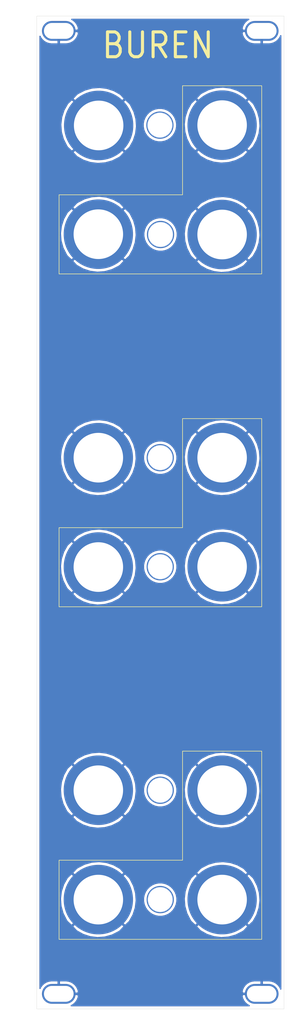
<source format=kicad_pcb>
(kicad_pcb (version 20171130) (host pcbnew "(5.1.9)-1")

  (general
    (thickness 1.6)
    (drawings 286)
    (tracks 0)
    (zones 0)
    (modules 22)
    (nets 2)
  )

  (page A4)
  (layers
    (0 F.Cu signal)
    (31 B.Cu signal)
    (32 B.Adhes user)
    (33 F.Adhes user)
    (34 B.Paste user)
    (35 F.Paste user)
    (36 B.SilkS user)
    (37 F.SilkS user)
    (38 B.Mask user)
    (39 F.Mask user)
    (40 Dwgs.User user hide)
    (41 Cmts.User user)
    (42 Eco1.User user)
    (43 Eco2.User user)
    (44 Edge.Cuts user)
    (45 Margin user)
    (46 B.CrtYd user)
    (47 F.CrtYd user)
    (48 B.Fab user)
    (49 F.Fab user)
  )

  (setup
    (last_trace_width 0.25)
    (trace_clearance 0.2)
    (zone_clearance 0.508)
    (zone_45_only no)
    (trace_min 0.2)
    (via_size 0.8)
    (via_drill 0.4)
    (via_min_size 0.4)
    (via_min_drill 0.3)
    (uvia_size 0.3)
    (uvia_drill 0.1)
    (uvias_allowed no)
    (uvia_min_size 0.2)
    (uvia_min_drill 0.1)
    (edge_width 0.05)
    (segment_width 0.2)
    (pcb_text_width 0.3)
    (pcb_text_size 1.5 1.5)
    (mod_edge_width 0.12)
    (mod_text_size 1 1)
    (mod_text_width 0.15)
    (pad_size 1.524 1.524)
    (pad_drill 0.762)
    (pad_to_mask_clearance 0)
    (aux_axis_origin 0 0)
    (visible_elements 7FFFFFFF)
    (pcbplotparams
      (layerselection 0x3ffff_ffffffff)
      (usegerberextensions false)
      (usegerberattributes true)
      (usegerberadvancedattributes true)
      (creategerberjobfile true)
      (excludeedgelayer true)
      (linewidth 0.100000)
      (plotframeref false)
      (viasonmask false)
      (mode 1)
      (useauxorigin false)
      (hpglpennumber 1)
      (hpglpenspeed 20)
      (hpglpendiameter 15.000000)
      (psnegative false)
      (psa4output false)
      (plotreference true)
      (plotvalue true)
      (plotinvisibletext false)
      (padsonsilk false)
      (subtractmaskfromsilk false)
      (outputformat 1)
      (mirror false)
      (drillshape 0)
      (scaleselection 1)
      (outputdirectory "gerber/"))
  )

  (net 0 "")
  (net 1 GND)

  (net_class Default "This is the default net class."
    (clearance 0.2)
    (trace_width 0.25)
    (via_dia 0.8)
    (via_drill 0.4)
    (uvia_dia 0.3)
    (uvia_drill 0.1)
    (add_net GND)
  )

  (module Kosmo_panel:Kosmo_LED_Hole (layer F.Cu) (tedit 5F6F25FC) (tstamp 6140305E)
    (at 40.1955 170.815)
    (descr "Mounting Hole 6mm")
    (tags "mounting hole 6mm")
    (path /614F18F2)
    (attr virtual)
    (fp_text reference H26 (at 0 -6) (layer F.SilkS) hide
      (effects (font (size 1 1) (thickness 0.15)))
    )
    (fp_text value Led_Hole (at 0 6) (layer F.Fab)
      (effects (font (size 1 1) (thickness 0.15)))
    )
    (fp_circle (center 0 0) (end 4.25 0) (layer F.CrtYd) (width 0.05))
    (fp_circle (center 0 0) (end 4 0) (layer Cmts.User) (width 0.15))
    (fp_text user %R (at 0.3 0) (layer F.Fab)
      (effects (font (size 1 1) (thickness 0.15)))
    )
    (pad 1 thru_hole circle (at 0 0) (size 5.5 5.5) (drill 5) (layers *.Cu *.Mask))
  )

  (module Kosmo_panel:Kosmo_Panel_Slotted_Mounting_Hole (layer F.Cu) (tedit 5F6CB966) (tstamp 61402B5D)
    (at 18.288 211.836)
    (descr "Mounting Hole 3.2mm, M3")
    (tags "mounting hole 3.2mm m3")
    (path /614F47F2)
    (attr virtual)
    (fp_text reference H5 (at 1.4 -4.2) (layer F.SilkS) hide
      (effects (font (size 1 1) (thickness 0.15)))
    )
    (fp_text value Mounting_Hole_Slotted (at 1.4 4.2) (layer F.Fab)
      (effects (font (size 1 1) (thickness 0.15)))
    )
    (fp_line (start 0 -3) (end 2.8 -3) (layer Cmts.User) (width 0.12))
    (fp_line (start 0 3) (end 2.8 3) (layer Cmts.User) (width 0.12))
    (fp_line (start 0 -3.25) (end 2.8 -3.25) (layer F.CrtYd) (width 0.05))
    (fp_line (start 0 3.25) (end 2.8 3.25) (layer F.CrtYd) (width 0.05))
    (fp_arc (start 0 0) (end 0 3.25) (angle 180) (layer F.CrtYd) (width 0.05))
    (fp_arc (start 2.8 0) (end 2.8 3.25) (angle -180) (layer F.CrtYd) (width 0.05))
    (fp_arc (start 0 0) (end 0 -3) (angle -180) (layer Cmts.User) (width 0.12))
    (fp_arc (start 2.8 0) (end 2.8 3) (angle -180) (layer Cmts.User) (width 0.12))
    (fp_text user %R (at 1.7 0) (layer F.Fab)
      (effects (font (size 1 1) (thickness 0.15)))
    )
    (pad 1 thru_hole oval (at 1.4 0) (size 6.8 4) (drill oval 6 3.2) (layers *.Cu *.Mask)
      (net 1 GND))
  )

  (module Kosmo_panel:Kosmo_Panel_Slotted_Mounting_Hole (layer F.Cu) (tedit 5F6CB966) (tstamp 61402B8B)
    (at 59.309 17.8435)
    (descr "Mounting Hole 3.2mm, M3")
    (tags "mounting hole 3.2mm m3")
    (path /614F52F3)
    (attr virtual)
    (fp_text reference H10 (at 1.4 -4.2) (layer F.SilkS) hide
      (effects (font (size 1 1) (thickness 0.15)))
    )
    (fp_text value Mounting_Hole_Slotted (at 1.4 4.2) (layer F.Fab)
      (effects (font (size 1 1) (thickness 0.15)))
    )
    (fp_line (start 0 3.25) (end 2.8 3.25) (layer F.CrtYd) (width 0.05))
    (fp_line (start 0 -3.25) (end 2.8 -3.25) (layer F.CrtYd) (width 0.05))
    (fp_line (start 0 3) (end 2.8 3) (layer Cmts.User) (width 0.12))
    (fp_line (start 0 -3) (end 2.8 -3) (layer Cmts.User) (width 0.12))
    (fp_text user %R (at 1.7 0) (layer F.Fab)
      (effects (font (size 1 1) (thickness 0.15)))
    )
    (fp_arc (start 2.8 0) (end 2.8 3) (angle -180) (layer Cmts.User) (width 0.12))
    (fp_arc (start 0 0) (end 0 -3) (angle -180) (layer Cmts.User) (width 0.12))
    (fp_arc (start 2.8 0) (end 2.8 3.25) (angle -180) (layer F.CrtYd) (width 0.05))
    (fp_arc (start 0 0) (end 0 3.25) (angle 180) (layer F.CrtYd) (width 0.05))
    (pad 1 thru_hole oval (at 1.4 0) (size 6.8 4) (drill oval 6 3.2) (layers *.Cu *.Mask)
      (net 1 GND))
  )

  (module Kosmo_panel:Kosmo_Panel_Slotted_Mounting_Hole (layer F.Cu) (tedit 5F6CB966) (tstamp 61402BD9)
    (at 18.288 17.8435)
    (descr "Mounting Hole 3.2mm, M3")
    (tags "mounting hole 3.2mm m3")
    (path /614F5779)
    (attr virtual)
    (fp_text reference H19 (at 1.4 -4.2) (layer F.SilkS) hide
      (effects (font (size 1 1) (thickness 0.15)))
    )
    (fp_text value Mounting_Hole_Slotted (at 1.4 4.2) (layer F.Fab)
      (effects (font (size 1 1) (thickness 0.15)))
    )
    (fp_line (start 0 -3) (end 2.8 -3) (layer Cmts.User) (width 0.12))
    (fp_line (start 0 3) (end 2.8 3) (layer Cmts.User) (width 0.12))
    (fp_line (start 0 -3.25) (end 2.8 -3.25) (layer F.CrtYd) (width 0.05))
    (fp_line (start 0 3.25) (end 2.8 3.25) (layer F.CrtYd) (width 0.05))
    (fp_arc (start 0 0) (end 0 3.25) (angle 180) (layer F.CrtYd) (width 0.05))
    (fp_arc (start 2.8 0) (end 2.8 3.25) (angle -180) (layer F.CrtYd) (width 0.05))
    (fp_arc (start 0 0) (end 0 -3) (angle -180) (layer Cmts.User) (width 0.12))
    (fp_arc (start 2.8 0) (end 2.8 3) (angle -180) (layer Cmts.User) (width 0.12))
    (fp_text user %R (at 1.7 0) (layer F.Fab)
      (effects (font (size 1 1) (thickness 0.15)))
    )
    (pad 1 thru_hole oval (at 1.4 0) (size 6.8 4) (drill oval 6 3.2) (layers *.Cu *.Mask)
      (net 1 GND))
  )

  (module Kosmo_panel:Kosmo_LED_Hole (layer F.Cu) (tedit 5F6F25FC) (tstamp 61402BE1)
    (at 40.259 58.8645)
    (descr "Mounting Hole 6mm")
    (tags "mounting hole 6mm")
    (path /614E9B1E)
    (attr virtual)
    (fp_text reference H20 (at 0 -6) (layer F.SilkS) hide
      (effects (font (size 1 1) (thickness 0.15)))
    )
    (fp_text value Led_Hole (at 0 6) (layer F.Fab)
      (effects (font (size 1 1) (thickness 0.15)))
    )
    (fp_circle (center 0 0) (end 4 0) (layer Cmts.User) (width 0.15))
    (fp_circle (center 0 0) (end 4.25 0) (layer F.CrtYd) (width 0.05))
    (fp_text user %R (at 0.3 0) (layer F.Fab)
      (effects (font (size 1 1) (thickness 0.15)))
    )
    (pad 1 thru_hole circle (at 0 0) (size 5.5 5.5) (drill 5) (layers *.Cu *.Mask))
  )

  (module Kosmo_panel:Kosmo_LED_Hole (layer F.Cu) (tedit 5F6F25FC) (tstamp 61402BE9)
    (at 40.1955 103.8225)
    (descr "Mounting Hole 6mm")
    (tags "mounting hole 6mm")
    (path /614F0856)
    (attr virtual)
    (fp_text reference H21 (at 0 -6) (layer F.SilkS) hide
      (effects (font (size 1 1) (thickness 0.15)))
    )
    (fp_text value Led_Hole (at 0 6) (layer F.Fab)
      (effects (font (size 1 1) (thickness 0.15)))
    )
    (fp_circle (center 0 0) (end 4 0) (layer Cmts.User) (width 0.15))
    (fp_circle (center 0 0) (end 4.25 0) (layer F.CrtYd) (width 0.05))
    (fp_text user %R (at 0.3 0) (layer F.Fab)
      (effects (font (size 1 1) (thickness 0.15)))
    )
    (pad 1 thru_hole circle (at 0 0) (size 5.5 5.5) (drill 5) (layers *.Cu *.Mask))
  )

  (module Kosmo_panel:Kosmo_LED_Hole (layer F.Cu) (tedit 5F6F25FC) (tstamp 61402BF1)
    (at 40.1955 125.7935)
    (descr "Mounting Hole 6mm")
    (tags "mounting hole 6mm")
    (path /614F18EC)
    (attr virtual)
    (fp_text reference H22 (at 0 -6) (layer F.SilkS) hide
      (effects (font (size 1 1) (thickness 0.15)))
    )
    (fp_text value Led_Hole (at 0 6) (layer F.Fab)
      (effects (font (size 1 1) (thickness 0.15)))
    )
    (fp_circle (center 0 0) (end 4.25 0) (layer F.CrtYd) (width 0.05))
    (fp_circle (center 0 0) (end 4 0) (layer Cmts.User) (width 0.15))
    (fp_text user %R (at 0.3 0) (layer F.Fab)
      (effects (font (size 1 1) (thickness 0.15)))
    )
    (pad 1 thru_hole circle (at 0 0) (size 5.5 5.5) (drill 5) (layers *.Cu *.Mask))
  )

  (module Kosmo_panel:Kosmo_LED_Hole (layer F.Cu) (tedit 5F6F25FC) (tstamp 61402C09)
    (at 40.132 36.83)
    (descr "Mounting Hole 6mm")
    (tags "mounting hole 6mm")
    (path /614F085C)
    (attr virtual)
    (fp_text reference H25 (at 0 -6) (layer F.SilkS) hide
      (effects (font (size 1 1) (thickness 0.15)))
    )
    (fp_text value Led_Hole (at 0 6) (layer F.Fab)
      (effects (font (size 1 1) (thickness 0.15)))
    )
    (fp_circle (center 0 0) (end 4.25 0) (layer F.CrtYd) (width 0.05))
    (fp_circle (center 0 0) (end 4 0) (layer Cmts.User) (width 0.15))
    (fp_text user %R (at 0.3 0) (layer F.Fab)
      (effects (font (size 1 1) (thickness 0.15)))
    )
    (pad 1 thru_hole circle (at 0 0) (size 5.5 5.5) (drill 5) (layers *.Cu *.Mask))
  )

  (module Kosmo_panel:Kosmo_Panel_Slotted_Mounting_Hole (layer F.Cu) (tedit 5F6CB966) (tstamp 61402C27)
    (at 59.306 211.836)
    (descr "Mounting Hole 3.2mm, M3")
    (tags "mounting hole 3.2mm m3")
    (path /614F5E40)
    (attr virtual)
    (fp_text reference H28 (at 1.4 -4.2) (layer F.SilkS) hide
      (effects (font (size 1 1) (thickness 0.15)))
    )
    (fp_text value Mounting_Hole_Slotted (at 1.4 4.2) (layer F.Fab)
      (effects (font (size 1 1) (thickness 0.15)))
    )
    (fp_line (start 0 3.25) (end 2.8 3.25) (layer F.CrtYd) (width 0.05))
    (fp_line (start 0 -3.25) (end 2.8 -3.25) (layer F.CrtYd) (width 0.05))
    (fp_line (start 0 3) (end 2.8 3) (layer Cmts.User) (width 0.12))
    (fp_line (start 0 -3) (end 2.8 -3) (layer Cmts.User) (width 0.12))
    (fp_text user %R (at 1.7 0) (layer F.Fab)
      (effects (font (size 1 1) (thickness 0.15)))
    )
    (fp_arc (start 2.8 0) (end 2.8 3) (angle -180) (layer Cmts.User) (width 0.12))
    (fp_arc (start 0 0) (end 0 -3) (angle -180) (layer Cmts.User) (width 0.12))
    (fp_arc (start 2.8 0) (end 2.8 3.25) (angle -180) (layer F.CrtYd) (width 0.05))
    (fp_arc (start 0 0) (end 0 3.25) (angle 180) (layer F.CrtYd) (width 0.05))
    (pad 1 thru_hole oval (at 1.4 0) (size 6.8 4) (drill oval 6 3.2) (layers *.Cu *.Mask)
      (net 1 GND))
  )

  (module Kosmo_panel:Kosmo_Jack_Hole (layer F.Cu) (tedit 5F6F25EE) (tstamp 61402FF6)
    (at 27.7495 36.8935)
    (descr "Mounting Hole 6mm")
    (tags "mounting hole 6mm")
    (path /614F083E)
    (attr virtual)
    (fp_text reference H2 (at 0 -11) (layer F.SilkS) hide
      (effects (font (size 1 1) (thickness 0.15)))
    )
    (fp_text value Jack_Hole (at 0 11) (layer F.Fab)
      (effects (font (size 1 1) (thickness 0.15)))
    )
    (fp_circle (center 0 0) (end 9.5 0) (layer Cmts.User) (width 0.15))
    (fp_circle (center 0 0) (end 10 0) (layer F.CrtYd) (width 0.05))
    (fp_text user %R (at 0.3 0) (layer F.Fab)
      (effects (font (size 1 1) (thickness 0.15)))
    )
    (pad 1 thru_hole circle (at 0 0) (size 14 14) (drill 10) (layers *.Cu *.Mask)
      (net 1 GND))
  )

  (module Kosmo_panel:Kosmo_Jack_Hole (layer F.Cu) (tedit 5F6F25EE) (tstamp 61402FFE)
    (at 27.686 125.857)
    (descr "Mounting Hole 6mm")
    (tags "mounting hole 6mm")
    (path /614F18D4)
    (attr virtual)
    (fp_text reference H3 (at 0 -11) (layer F.SilkS) hide
      (effects (font (size 1 1) (thickness 0.15)))
    )
    (fp_text value Jack_Hole (at 0 11) (layer F.Fab)
      (effects (font (size 1 1) (thickness 0.15)))
    )
    (fp_circle (center 0 0) (end 10 0) (layer F.CrtYd) (width 0.05))
    (fp_circle (center 0 0) (end 9.5 0) (layer Cmts.User) (width 0.15))
    (fp_text user %R (at 0.3 0) (layer F.Fab)
      (effects (font (size 1 1) (thickness 0.15)))
    )
    (pad 1 thru_hole circle (at 0 0) (size 14 14) (drill 10) (layers *.Cu *.Mask)
      (net 1 GND))
  )

  (module Kosmo_panel:Kosmo_Jack_Hole (layer F.Cu) (tedit 5F6F25EE) (tstamp 61403006)
    (at 52.705 36.83)
    (descr "Mounting Hole 6mm")
    (tags "mounting hole 6mm")
    (path /614F40EC)
    (attr virtual)
    (fp_text reference H4 (at 0 -11) (layer F.SilkS) hide
      (effects (font (size 1 1) (thickness 0.15)))
    )
    (fp_text value Jack_Hole (at 0 11) (layer F.Fab)
      (effects (font (size 1 1) (thickness 0.15)))
    )
    (fp_circle (center 0 0) (end 10 0) (layer F.CrtYd) (width 0.05))
    (fp_circle (center 0 0) (end 9.5 0) (layer Cmts.User) (width 0.15))
    (fp_text user %R (at 0.3 0) (layer F.Fab)
      (effects (font (size 1 1) (thickness 0.15)))
    )
    (pad 1 thru_hole circle (at 0 0) (size 14 14) (drill 10) (layers *.Cu *.Mask)
      (net 1 GND))
  )

  (module Kosmo_panel:Kosmo_Jack_Hole (layer F.Cu) (tedit 5F6F25EE) (tstamp 6140300E)
    (at 52.705 125.7935)
    (descr "Mounting Hole 6mm")
    (tags "mounting hole 6mm")
    (path /614F0844)
    (attr virtual)
    (fp_text reference H7 (at 0 -11) (layer F.SilkS) hide
      (effects (font (size 1 1) (thickness 0.15)))
    )
    (fp_text value Jack_Hole (at 0 11) (layer F.Fab)
      (effects (font (size 1 1) (thickness 0.15)))
    )
    (fp_circle (center 0 0) (end 9.5 0) (layer Cmts.User) (width 0.15))
    (fp_circle (center 0 0) (end 10 0) (layer F.CrtYd) (width 0.05))
    (fp_text user %R (at 0.3 0) (layer F.Fab)
      (effects (font (size 1 1) (thickness 0.15)))
    )
    (pad 1 thru_hole circle (at 0 0) (size 14 14) (drill 10) (layers *.Cu *.Mask)
      (net 1 GND))
  )

  (module Kosmo_panel:Kosmo_Jack_Hole (layer F.Cu) (tedit 5F6F25EE) (tstamp 61403016)
    (at 52.705 192.8495)
    (descr "Mounting Hole 6mm")
    (tags "mounting hole 6mm")
    (path /614F18DA)
    (attr virtual)
    (fp_text reference H8 (at 0 -11) (layer F.SilkS) hide
      (effects (font (size 1 1) (thickness 0.15)))
    )
    (fp_text value Jack_Hole (at 0 11) (layer F.Fab)
      (effects (font (size 1 1) (thickness 0.15)))
    )
    (fp_circle (center 0 0) (end 10 0) (layer F.CrtYd) (width 0.05))
    (fp_circle (center 0 0) (end 9.5 0) (layer Cmts.User) (width 0.15))
    (fp_text user %R (at 0.3 0) (layer F.Fab)
      (effects (font (size 1 1) (thickness 0.15)))
    )
    (pad 1 thru_hole circle (at 0 0) (size 14 14) (drill 10) (layers *.Cu *.Mask)
      (net 1 GND))
  )

  (module Kosmo_panel:Kosmo_Jack_Hole (layer F.Cu) (tedit 5F6F25EE) (tstamp 6140301E)
    (at 27.686 58.801)
    (descr "Mounting Hole 6mm")
    (tags "mounting hole 6mm")
    (path /614F40F2)
    (attr virtual)
    (fp_text reference H9 (at 0 -11) (layer F.SilkS) hide
      (effects (font (size 1 1) (thickness 0.15)))
    )
    (fp_text value Jack_Hole (at 0 11) (layer F.Fab)
      (effects (font (size 1 1) (thickness 0.15)))
    )
    (fp_circle (center 0 0) (end 9.5 0) (layer Cmts.User) (width 0.15))
    (fp_circle (center 0 0) (end 10 0) (layer F.CrtYd) (width 0.05))
    (fp_text user %R (at 0.3 0) (layer F.Fab)
      (effects (font (size 1 1) (thickness 0.15)))
    )
    (pad 1 thru_hole circle (at 0 0) (size 14 14) (drill 10) (layers *.Cu *.Mask)
      (net 1 GND))
  )

  (module Kosmo_panel:Kosmo_Jack_Hole (layer F.Cu) (tedit 5F6F25EE) (tstamp 61403026)
    (at 27.686 170.815)
    (descr "Mounting Hole 6mm")
    (tags "mounting hole 6mm")
    (path /614F084A)
    (attr virtual)
    (fp_text reference H12 (at 0 -11) (layer F.SilkS) hide
      (effects (font (size 1 1) (thickness 0.15)))
    )
    (fp_text value Jack_Hole (at 0 11) (layer F.Fab)
      (effects (font (size 1 1) (thickness 0.15)))
    )
    (fp_circle (center 0 0) (end 10 0) (layer F.CrtYd) (width 0.05))
    (fp_circle (center 0 0) (end 9.5 0) (layer Cmts.User) (width 0.15))
    (fp_text user %R (at 0.3 0) (layer F.Fab)
      (effects (font (size 1 1) (thickness 0.15)))
    )
    (pad 1 thru_hole circle (at 0 0) (size 14 14) (drill 10) (layers *.Cu *.Mask)
      (net 1 GND))
  )

  (module Kosmo_panel:Kosmo_Jack_Hole (layer F.Cu) (tedit 5F6F25EE) (tstamp 6140302E)
    (at 27.686 192.8495)
    (descr "Mounting Hole 6mm")
    (tags "mounting hole 6mm")
    (path /614F18E0)
    (attr virtual)
    (fp_text reference H13 (at 0 -11) (layer F.SilkS) hide
      (effects (font (size 1 1) (thickness 0.15)))
    )
    (fp_text value Jack_Hole (at 0 11) (layer F.Fab)
      (effects (font (size 1 1) (thickness 0.15)))
    )
    (fp_circle (center 0 0) (end 10 0) (layer F.CrtYd) (width 0.05))
    (fp_circle (center 0 0) (end 9.5 0) (layer Cmts.User) (width 0.15))
    (fp_text user %R (at 0.3 0) (layer F.Fab)
      (effects (font (size 1 1) (thickness 0.15)))
    )
    (pad 1 thru_hole circle (at 0 0) (size 14 14) (drill 10) (layers *.Cu *.Mask)
      (net 1 GND))
  )

  (module Kosmo_panel:Kosmo_Jack_Hole (layer F.Cu) (tedit 5F6F25EE) (tstamp 61403036)
    (at 52.705 58.8645)
    (descr "Mounting Hole 6mm")
    (tags "mounting hole 6mm")
    (path /614F40F8)
    (attr virtual)
    (fp_text reference H14 (at 0 -11) (layer F.SilkS) hide
      (effects (font (size 1 1) (thickness 0.15)))
    )
    (fp_text value Jack_Hole (at 0 11) (layer F.Fab)
      (effects (font (size 1 1) (thickness 0.15)))
    )
    (fp_circle (center 0 0) (end 10 0) (layer F.CrtYd) (width 0.05))
    (fp_circle (center 0 0) (end 9.5 0) (layer Cmts.User) (width 0.15))
    (fp_text user %R (at 0.3 0) (layer F.Fab)
      (effects (font (size 1 1) (thickness 0.15)))
    )
    (pad 1 thru_hole circle (at 0 0) (size 14 14) (drill 10) (layers *.Cu *.Mask)
      (net 1 GND))
  )

  (module Kosmo_panel:Kosmo_Jack_Hole (layer F.Cu) (tedit 5F6F25EE) (tstamp 6140303E)
    (at 52.705 170.815)
    (descr "Mounting Hole 6mm")
    (tags "mounting hole 6mm")
    (path /614F0850)
    (attr virtual)
    (fp_text reference H16 (at 0 -11) (layer F.SilkS) hide
      (effects (font (size 1 1) (thickness 0.15)))
    )
    (fp_text value Jack_Hole (at 0 11) (layer F.Fab)
      (effects (font (size 1 1) (thickness 0.15)))
    )
    (fp_circle (center 0 0) (end 9.5 0) (layer Cmts.User) (width 0.15))
    (fp_circle (center 0 0) (end 10 0) (layer F.CrtYd) (width 0.05))
    (fp_text user %R (at 0.3 0) (layer F.Fab)
      (effects (font (size 1 1) (thickness 0.15)))
    )
    (pad 1 thru_hole circle (at 0 0) (size 14 14) (drill 10) (layers *.Cu *.Mask)
      (net 1 GND))
  )

  (module Kosmo_panel:Kosmo_Jack_Hole (layer F.Cu) (tedit 5F6F25EE) (tstamp 61403046)
    (at 52.705 103.8225)
    (descr "Mounting Hole 6mm")
    (tags "mounting hole 6mm")
    (path /614F18E6)
    (attr virtual)
    (fp_text reference H17 (at 0 -11) (layer F.SilkS) hide
      (effects (font (size 1 1) (thickness 0.15)))
    )
    (fp_text value Jack_Hole (at 0 11) (layer F.Fab)
      (effects (font (size 1 1) (thickness 0.15)))
    )
    (fp_circle (center 0 0) (end 9.5 0) (layer Cmts.User) (width 0.15))
    (fp_circle (center 0 0) (end 10 0) (layer F.CrtYd) (width 0.05))
    (fp_text user %R (at 0.3 0) (layer F.Fab)
      (effects (font (size 1 1) (thickness 0.15)))
    )
    (pad 1 thru_hole circle (at 0 0) (size 14 14) (drill 10) (layers *.Cu *.Mask)
      (net 1 GND))
  )

  (module Kosmo_panel:Kosmo_Jack_Hole (layer F.Cu) (tedit 5F6F25EE) (tstamp 6140304E)
    (at 27.686 103.8225)
    (descr "Mounting Hole 6mm")
    (tags "mounting hole 6mm")
    (path /614F40FE)
    (attr virtual)
    (fp_text reference H18 (at 0 -11) (layer F.SilkS) hide
      (effects (font (size 1 1) (thickness 0.15)))
    )
    (fp_text value Jack_Hole (at 0 11) (layer F.Fab)
      (effects (font (size 1 1) (thickness 0.15)))
    )
    (fp_circle (center 0 0) (end 9.5 0) (layer Cmts.User) (width 0.15))
    (fp_circle (center 0 0) (end 10 0) (layer F.CrtYd) (width 0.05))
    (fp_text user %R (at 0.3 0) (layer F.Fab)
      (effects (font (size 1 1) (thickness 0.15)))
    )
    (pad 1 thru_hole circle (at 0 0) (size 14 14) (drill 10) (layers *.Cu *.Mask)
      (net 1 GND))
  )

  (module Kosmo_panel:Kosmo_LED_Hole (layer F.Cu) (tedit 5F6F25FC) (tstamp 61403056)
    (at 40.1955 192.8495)
    (descr "Mounting Hole 6mm")
    (tags "mounting hole 6mm")
    (path /614F4104)
    (attr virtual)
    (fp_text reference H23 (at 0 -6) (layer F.SilkS) hide
      (effects (font (size 1 1) (thickness 0.15)))
    )
    (fp_text value Led_Hole (at 0 6) (layer F.Fab)
      (effects (font (size 1 1) (thickness 0.15)))
    )
    (fp_circle (center 0 0) (end 4.25 0) (layer F.CrtYd) (width 0.05))
    (fp_circle (center 0 0) (end 4 0) (layer Cmts.User) (width 0.15))
    (fp_text user %R (at 0.3 0) (layer F.Fab)
      (effects (font (size 1 1) (thickness 0.15)))
    )
    (pad 1 thru_hole circle (at 0 0) (size 5.5 5.5) (drill 5) (layers *.Cu *.Mask))
  )

  (gr_line (start 15.24 214.884) (end 15.24 14.859) (layer Edge.Cuts) (width 0.05) (tstamp 61402977))
  (gr_line (start 65.2145 214.884) (end 15.24 214.884) (layer Edge.Cuts) (width 0.05))
  (gr_line (start 65.2145 14.859) (end 65.2145 214.884) (layer Edge.Cuts) (width 0.05))
  (gr_line (start 15.24 14.859) (end 65.2145 14.859) (layer Edge.Cuts) (width 0.05))
  (gr_line (start 60.706 162.941) (end 60.706 200.8505) (layer F.SilkS) (width 0.12) (tstamp 6140296A))
  (gr_line (start 44.704 184.912) (end 44.704 162.941) (layer F.SilkS) (width 0.12) (tstamp 61402969))
  (gr_line (start 19.7485 184.912) (end 44.704 184.912) (layer F.SilkS) (width 0.12) (tstamp 61402968))
  (gr_line (start 44.704 162.941) (end 60.706 162.941) (layer F.SilkS) (width 0.12) (tstamp 61402967))
  (gr_line (start 60.706 200.8505) (end 19.7485 200.8505) (layer F.SilkS) (width 0.12) (tstamp 61402966))
  (gr_line (start 19.7485 200.8505) (end 19.7485 184.912) (layer F.SilkS) (width 0.12) (tstamp 61402965))
  (gr_line (start 60.706 95.9485) (end 60.706 133.858) (layer F.SilkS) (width 0.12) (tstamp 6140296A))
  (gr_line (start 44.704 117.9195) (end 44.704 95.9485) (layer F.SilkS) (width 0.12) (tstamp 61402969))
  (gr_line (start 19.7485 117.9195) (end 44.704 117.9195) (layer F.SilkS) (width 0.12) (tstamp 61402968))
  (gr_line (start 44.704 95.9485) (end 60.706 95.9485) (layer F.SilkS) (width 0.12) (tstamp 61402967))
  (gr_line (start 60.706 133.858) (end 19.7485 133.858) (layer F.SilkS) (width 0.12) (tstamp 61402966))
  (gr_line (start 19.7485 133.858) (end 19.7485 117.9195) (layer F.SilkS) (width 0.12) (tstamp 61402965))
  (gr_line (start 19.7485 66.802) (end 19.7485 50.8635) (layer F.SilkS) (width 0.12) (tstamp 61402963))
  (gr_line (start 60.706 66.802) (end 19.7485 66.802) (layer F.SilkS) (width 0.12))
  (gr_line (start 60.706 28.8925) (end 60.706 66.802) (layer F.SilkS) (width 0.12))
  (gr_line (start 44.704 28.8925) (end 60.706 28.8925) (layer F.SilkS) (width 0.12))
  (gr_line (start 44.704 50.8635) (end 44.704 28.8925) (layer F.SilkS) (width 0.12))
  (gr_line (start 19.7485 50.8635) (end 44.704 50.8635) (layer F.SilkS) (width 0.12))
  (gr_text BUREN (at 28.056592 23.690421) (layer F.SilkS)
    (effects (font (size 5 4.5) (thickness 0.625)) (justify left bottom))
  )
  (gr_text "6 + 1" (at 32.660006 211.442196) (layer Dwgs.User)
    (effects (font (size 5 4.5) (thickness 0.625)) (justify left bottom))
  )
  (gr_text "6 + 1" (at 32.660006 211.442196) (layer Dwgs.User)
    (effects (font (size 5 4.5) (thickness 0.625)) (justify left bottom))
  )
  (gr_text BUREN (at 28.056592 23.690421) (layer Dwgs.User)
    (effects (font (size 5 4.5) (thickness 0.625)) (justify left bottom))
  )
  (gr_line (start 40.206 36.831) (end 40.206 37.54356) (layer Dwgs.User) (width 0.2))
  (gr_line (start 15.206001 14.831) (end 15.206001 214.831) (layer Dwgs.User) (width 0.2))
  (gr_line (start 15.206001 214.831) (end 65.206001 214.831) (layer Dwgs.User) (width 0.2))
  (gr_circle (center 52.706001 36.831) (end 57.706001 36.831) (layer Dwgs.User) (width 0.2))
  (gr_line (start 27.706001 41.831) (end 27.706001 31.831) (layer Dwgs.User) (width 0.2))
  (gr_line (start 22.706001 36.831) (end 32.706001 36.831) (layer Dwgs.User) (width 0.2))
  (gr_circle (center 18.206001 17.831) (end 19.806001 17.831) (layer Dwgs.User) (width 0.2))
  (gr_circle (center 27.706001 36.831) (end 32.706001 36.831) (layer Dwgs.User) (width 0.2))
  (gr_line (start 60.606001 211.831) (end 63.806001 211.831) (layer Dwgs.User) (width 0.2))
  (gr_circle (center 52.706001 170.831) (end 57.706001 170.831) (layer Dwgs.User) (width 0.2))
  (gr_line (start 62.206001 210.230999) (end 62.206001 213.430999) (layer Dwgs.User) (width 0.2))
  (gr_circle (center 18.206001 211.831) (end 19.806001 211.831) (layer Dwgs.User) (width 0.2))
  (gr_line (start 62.206001 16.230999) (end 62.206001 19.430999) (layer Dwgs.User) (width 0.2))
  (gr_circle (center 27.706001 170.831) (end 32.706001 170.831) (layer Dwgs.User) (width 0.2))
  (gr_circle (center 62.206001 211.831) (end 63.806001 211.831) (layer Dwgs.User) (width 0.2))
  (gr_line (start 60.606001 17.831) (end 63.806001 17.831) (layer Dwgs.User) (width 0.2))
  (gr_circle (center 62.206001 17.831) (end 63.806001 17.831) (layer Dwgs.User) (width 0.2))
  (gr_line (start 65.206001 214.831) (end 65.206001 14.831) (layer Dwgs.User) (width 0.2))
  (gr_line (start 37.767167 59.064672) (end 42.633667 58.598396) (layer Dwgs.User) (width 0.2))
  (gr_line (start 17.206001 116.512839) (end 17.206001 202.831) (layer Dwgs.User) (width 0.2))
  (gr_line (start 16.606001 17.831) (end 19.806001 17.831) (layer Dwgs.User) (width 0.2))
  (gr_line (start 18.206001 16.230999) (end 18.206001 19.430999) (layer Dwgs.User) (width 0.2))
  (gr_line (start 27.706001 165.831) (end 27.706001 175.831) (layer Dwgs.User) (width 0.2))
  (gr_circle (center 52.706001 192.831) (end 57.706001 192.831) (layer Dwgs.User) (width 0.2))
  (gr_line (start 39.966167 56.396272) (end 40.444567 61.252872) (layer Dwgs.User) (width 0.2))
  (gr_line (start 17.206001 26.831) (end 17.206001 126.831) (layer Dwgs.User) (width 0.2))
  (gr_circle (center 40.206001 36.831) (end 42.706001 36.831) (layer Dwgs.User) (width 0.2))
  (gr_line (start 22.706001 192.831) (end 32.706001 192.831) (layer Dwgs.User) (width 0.2))
  (gr_line (start 47.706001 192.831) (end 57.706001 192.831) (layer Dwgs.User) (width 0.2))
  (gr_line (start 63.206001 202.831) (end 63.206001 116.512839) (layer Dwgs.User) (width 0.2))
  (gr_line (start 52.706001 187.831) (end 52.706001 197.831) (layer Dwgs.User) (width 0.2))
  (gr_line (start 16.606001 211.831) (end 19.806001 211.831) (layer Dwgs.User) (width 0.2))
  (gr_line (start 37.767167 37.064672) (end 42.633667 36.598396) (layer Dwgs.User) (width 0.2))
  (gr_circle (center 27.706001 192.831) (end 32.706001 192.831) (layer Dwgs.User) (width 0.2))
  (gr_line (start 18.206001 210.230999) (end 18.206001 213.430999) (layer Dwgs.User) (width 0.2))
  (gr_line (start 39.966167 34.396272) (end 40.444567 39.252872) (layer Dwgs.User) (width 0.2))
  (gr_line (start 17.206001 202.831) (end 63.206001 202.831) (layer Dwgs.User) (width 0.2))
  (gr_line (start 22.706001 170.831) (end 32.706001 170.831) (layer Dwgs.User) (width 0.2))
  (gr_line (start 47.706001 170.831) (end 57.706001 170.831) (layer Dwgs.User) (width 0.2))
  (gr_line (start 65.206001 14.831) (end 15.206001 14.831) (layer Dwgs.User) (width 0.2))
  (gr_circle (center 40.206001 58.831) (end 42.706001 58.831) (layer Dwgs.User) (width 0.2))
  (gr_line (start 52.706001 165.831) (end 52.706001 175.831) (layer Dwgs.User) (width 0.2))
  (gr_line (start 27.706001 187.831) (end 27.706001 197.831) (layer Dwgs.User) (width 0.2))
  (gr_line (start 63.206001 26.831) (end 17.206001 26.831) (layer Dwgs.User) (width 0.2))
  (gr_line (start 63.206001 126.831) (end 63.206001 26.831) (layer Dwgs.User) (width 0.2))
  (gr_line (start 40.206 58.831) (end 40.206 59.54356) (layer Dwgs.User) (width 0.2))
  (gr_line (start 60.706 28.831) (end 60.706 44.831) (layer Dwgs.User) (width 0.2))
  (gr_line (start 44.706001 66.831) (end 44.706001 50.831) (layer Dwgs.User) (width 0.2))
  (gr_line (start 44.706001 184.831) (end 60.706 184.831) (layer Dwgs.User) (width 0.2))
  (gr_line (start 44.706001 44.831) (end 44.706001 28.831) (layer Dwgs.User) (width 0.2))
  (gr_line (start 39.966167 123.396272) (end 40.444567 128.252872) (layer Dwgs.User) (width 0.2))
  (gr_line (start 60.706 95.831) (end 60.706 111.831) (layer Dwgs.User) (width 0.2))
  (gr_line (start 35.706001 111.831) (end 19.706001 111.831) (layer Dwgs.User) (width 0.2))
  (gr_line (start 35.706001 133.831) (end 19.706001 133.831) (layer Dwgs.User) (width 0.2))
  (gr_line (start 37.767167 104.064672) (end 42.633667 103.598396) (layer Dwgs.User) (width 0.2))
  (gr_line (start 37.767167 171.064672) (end 42.633667 170.598396) (layer Dwgs.User) (width 0.2))
  (gr_line (start 60.706 200.831) (end 44.706001 200.831) (layer Dwgs.User) (width 0.2))
  (gr_line (start 60.706 50.831) (end 60.706 66.831) (layer Dwgs.User) (width 0.2))
  (gr_line (start 35.706001 66.831) (end 19.706001 66.831) (layer Dwgs.User) (width 0.2))
  (gr_line (start 44.706001 95.831) (end 60.706 95.831) (layer Dwgs.User) (width 0.2))
  (gr_line (start 44.706001 117.831) (end 60.706 117.831) (layer Dwgs.User) (width 0.2))
  (gr_line (start 35.706001 50.831) (end 35.706001 66.831) (layer Dwgs.User) (width 0.2))
  (gr_line (start 44.706001 162.831) (end 60.706 162.831) (layer Dwgs.User) (width 0.2))
  (gr_line (start 44.706001 200.831) (end 44.706001 184.831) (layer Dwgs.User) (width 0.2))
  (gr_line (start 39.966167 101.396272) (end 40.444567 106.252872) (layer Dwgs.User) (width 0.2))
  (gr_circle (center 40.206001 192.831) (end 42.706001 192.831) (layer Dwgs.User) (width 0.2))
  (gr_line (start 35.706001 162.831) (end 35.706001 178.831) (layer Dwgs.User) (width 0.2))
  (gr_line (start 60.706 162.831) (end 60.706 178.831) (layer Dwgs.User) (width 0.2))
  (gr_line (start 44.706001 178.831) (end 44.706001 162.831) (layer Dwgs.User) (width 0.2))
  (gr_line (start 39.966167 190.396272) (end 40.444567 195.252872) (layer Dwgs.User) (width 0.2))
  (gr_circle (center 40.206001 170.831) (end 42.706001 170.831) (layer Dwgs.User) (width 0.2))
  (gr_line (start 35.706001 178.831) (end 19.706001 178.831) (layer Dwgs.User) (width 0.2))
  (gr_line (start 19.706001 44.831) (end 19.706001 28.831) (layer Dwgs.User) (width 0.2))
  (gr_line (start 60.706 44.831) (end 44.706001 44.831) (layer Dwgs.User) (width 0.2))
  (gr_line (start 35.706001 200.831) (end 19.706001 200.831) (layer Dwgs.User) (width 0.2))
  (gr_line (start 35.706001 117.831) (end 35.706001 133.831) (layer Dwgs.User) (width 0.2))
  (gr_line (start 60.706 117.831) (end 60.706 133.831) (layer Dwgs.User) (width 0.2))
  (gr_line (start 19.706001 162.831) (end 35.706001 162.831) (layer Dwgs.User) (width 0.2))
  (gr_line (start 44.706001 133.831) (end 44.706001 117.831) (layer Dwgs.User) (width 0.2))
  (gr_line (start 60.706 66.831) (end 44.706001 66.831) (layer Dwgs.User) (width 0.2))
  (gr_line (start 39.966167 168.396272) (end 40.444567 173.252872) (layer Dwgs.User) (width 0.2))
  (gr_line (start 60.706 178.831) (end 44.706001 178.831) (layer Dwgs.User) (width 0.2))
  (gr_line (start 35.706001 184.831) (end 35.706001 200.831) (layer Dwgs.User) (width 0.2))
  (gr_circle (center 40.206001 103.831) (end 42.706001 103.831) (layer Dwgs.User) (width 0.2))
  (gr_line (start 35.706001 28.831) (end 35.706001 44.831) (layer Dwgs.User) (width 0.2))
  (gr_line (start 19.706001 200.831) (end 19.706001 184.831) (layer Dwgs.User) (width 0.2))
  (gr_line (start 44.706001 28.831) (end 60.706 28.831) (layer Dwgs.User) (width 0.2))
  (gr_line (start 19.706001 178.831) (end 19.706001 162.831) (layer Dwgs.User) (width 0.2))
  (gr_line (start 60.706 133.831) (end 44.706001 133.831) (layer Dwgs.User) (width 0.2))
  (gr_line (start 44.706001 50.831) (end 60.706 50.831) (layer Dwgs.User) (width 0.2))
  (gr_line (start 19.706001 50.831) (end 35.706001 50.831) (layer Dwgs.User) (width 0.2))
  (gr_line (start 40.206 170.831) (end 40.206 171.54356) (layer Dwgs.User) (width 0.2))
  (gr_line (start 19.706001 66.831) (end 19.706001 50.831) (layer Dwgs.User) (width 0.2))
  (gr_line (start 60.706 184.831) (end 60.706 200.831) (layer Dwgs.User) (width 0.2))
  (gr_line (start 19.706001 111.831) (end 19.706001 95.831) (layer Dwgs.User) (width 0.2))
  (gr_line (start 19.706001 95.831) (end 35.706001 95.831) (layer Dwgs.User) (width 0.2))
  (gr_line (start 40.206 125.831) (end 40.206 126.54356) (layer Dwgs.User) (width 0.2))
  (gr_circle (center 40.206001 125.831) (end 42.706001 125.831) (layer Dwgs.User) (width 0.2))
  (gr_line (start 44.706001 111.831) (end 44.706001 95.831) (layer Dwgs.User) (width 0.2))
  (gr_line (start 37.767167 126.064672) (end 42.633667 125.598396) (layer Dwgs.User) (width 0.2))
  (gr_line (start 40.206 103.831) (end 40.206 104.54356) (layer Dwgs.User) (width 0.2))
  (gr_line (start 19.706001 184.831) (end 35.706001 184.831) (layer Dwgs.User) (width 0.2))
  (gr_line (start 40.206 192.831) (end 40.206 193.54356) (layer Dwgs.User) (width 0.2))
  (gr_line (start 37.767167 193.064672) (end 42.633667 192.598396) (layer Dwgs.User) (width 0.2))
  (gr_line (start 60.706 111.831) (end 44.706001 111.831) (layer Dwgs.User) (width 0.2))
  (gr_line (start 35.706001 95.831) (end 35.706001 111.831) (layer Dwgs.User) (width 0.2))
  (gr_line (start 35.706001 44.831) (end 19.706001 44.831) (layer Dwgs.User) (width 0.2))
  (gr_line (start 19.706001 28.831) (end 35.706001 28.831) (layer Dwgs.User) (width 0.2))
  (gr_line (start 52.706001 187.831) (end 52.706001 197.831) (layer Dwgs.User) (width 0.2))
  (gr_circle (center 62.206001 17.831) (end 63.806001 17.831) (layer Dwgs.User) (width 0.2))
  (gr_line (start 52.706001 165.831) (end 52.706001 175.831) (layer Dwgs.User) (width 0.2))
  (gr_line (start 47.706001 103.831) (end 57.706001 103.831) (layer Dwgs.User) (width 0.2))
  (gr_line (start 52.706001 120.831) (end 52.706001 130.831) (layer Dwgs.User) (width 0.2))
  (gr_line (start 47.706001 125.831) (end 57.706001 125.831) (layer Dwgs.User) (width 0.2))
  (gr_line (start 63.206001 202.831) (end 63.206001 116.512839) (layer Dwgs.User) (width 0.2))
  (gr_circle (center 62.206001 211.831) (end 63.806001 211.831) (layer Dwgs.User) (width 0.2))
  (gr_line (start 16.606001 17.831) (end 19.806001 17.831) (layer Dwgs.User) (width 0.2))
  (gr_circle (center 52.706001 125.831) (end 57.706001 125.831) (layer Dwgs.User) (width 0.2))
  (gr_circle (center 27.706001 58.831) (end 32.706001 58.831) (layer Dwgs.User) (width 0.2))
  (gr_line (start 18.206001 16.230999) (end 18.206001 19.430999) (layer Dwgs.User) (width 0.2))
  (gr_line (start 65.206001 14.831) (end 15.206001 14.831) (layer Dwgs.User) (width 0.2))
  (gr_line (start 27.706001 120.831) (end 27.706001 130.831) (layer Dwgs.User) (width 0.2))
  (gr_line (start 52.706001 63.831) (end 52.706001 53.831) (layer Dwgs.User) (width 0.2))
  (gr_circle (center 52.706001 170.831) (end 57.706001 170.831) (layer Dwgs.User) (width 0.2))
  (gr_circle (center 52.706001 58.831) (end 57.706001 58.831) (layer Dwgs.User) (width 0.2))
  (gr_line (start 16.606001 211.831) (end 19.806001 211.831) (layer Dwgs.User) (width 0.2))
  (gr_line (start 27.706001 165.831) (end 27.706001 175.831) (layer Dwgs.User) (width 0.2))
  (gr_line (start 17.206001 202.831) (end 63.206001 202.831) (layer Dwgs.User) (width 0.2))
  (gr_line (start 27.706001 187.831) (end 27.706001 197.831) (layer Dwgs.User) (width 0.2))
  (gr_line (start 63.206001 126.831) (end 63.206001 26.831) (layer Dwgs.User) (width 0.2))
  (gr_circle (center 52.706001 36.831) (end 57.706001 36.831) (layer Dwgs.User) (width 0.2))
  (gr_circle (center 27.706001 36.831) (end 32.706001 36.831) (layer Dwgs.User) (width 0.2))
  (gr_circle (center 27.706001 192.831) (end 32.706001 192.831) (layer Dwgs.User) (width 0.2))
  (gr_line (start 27.706001 41.831) (end 27.706001 31.831) (layer Dwgs.User) (width 0.2))
  (gr_line (start 60.606001 17.831) (end 63.806001 17.831) (layer Dwgs.User) (width 0.2))
  (gr_line (start 63.206001 26.831) (end 17.206001 26.831) (layer Dwgs.User) (width 0.2))
  (gr_line (start 22.706001 125.831) (end 32.706001 125.831) (layer Dwgs.User) (width 0.2))
  (gr_circle (center 27.706001 125.831) (end 32.706001 125.831) (layer Dwgs.User) (width 0.2))
  (gr_line (start 27.706001 63.831) (end 27.706001 53.831) (layer Dwgs.User) (width 0.2))
  (gr_line (start 15.206001 14.831) (end 15.206001 214.831) (layer Dwgs.User) (width 0.2))
  (gr_circle (center 52.706001 192.831) (end 57.706001 192.831) (layer Dwgs.User) (width 0.2))
  (gr_line (start 22.706001 58.831) (end 32.706001 58.831) (layer Dwgs.User) (width 0.2))
  (gr_line (start 47.706001 58.831) (end 57.706001 58.831) (layer Dwgs.User) (width 0.2))
  (gr_line (start 52.706001 41.831) (end 52.706001 31.831) (layer Dwgs.User) (width 0.2))
  (gr_line (start 47.706001 36.831) (end 57.706001 36.831) (layer Dwgs.User) (width 0.2))
  (gr_line (start 18.206001 210.230999) (end 18.206001 213.430999) (layer Dwgs.User) (width 0.2))
  (gr_line (start 22.706001 170.831) (end 32.706001 170.831) (layer Dwgs.User) (width 0.2))
  (gr_line (start 47.706001 170.831) (end 57.706001 170.831) (layer Dwgs.User) (width 0.2))
  (gr_line (start 17.206001 116.512839) (end 17.206001 202.831) (layer Dwgs.User) (width 0.2))
  (gr_line (start 15.206001 214.831) (end 65.206001 214.831) (layer Dwgs.User) (width 0.2))
  (gr_line (start 60.606001 211.831) (end 63.806001 211.831) (layer Dwgs.User) (width 0.2))
  (gr_line (start 22.706001 192.831) (end 32.706001 192.831) (layer Dwgs.User) (width 0.2))
  (gr_line (start 65.206001 214.831) (end 65.206001 14.831) (layer Dwgs.User) (width 0.2))
  (gr_circle (center 18.206001 211.831) (end 19.806001 211.831) (layer Dwgs.User) (width 0.2))
  (gr_circle (center 27.706001 170.831) (end 32.706001 170.831) (layer Dwgs.User) (width 0.2))
  (gr_line (start 47.706001 192.831) (end 57.706001 192.831) (layer Dwgs.User) (width 0.2))
  (gr_line (start 17.206001 26.831) (end 17.206001 126.831) (layer Dwgs.User) (width 0.2))
  (gr_line (start 22.706001 36.831) (end 32.706001 36.831) (layer Dwgs.User) (width 0.2))
  (gr_line (start 62.206001 210.230999) (end 62.206001 213.430999) (layer Dwgs.User) (width 0.2))
  (gr_line (start 62.206001 16.230999) (end 62.206001 19.430999) (layer Dwgs.User) (width 0.2))
  (gr_circle (center 18.206001 17.831) (end 19.806001 17.831) (layer Dwgs.User) (width 0.2))
  (gr_circle (center 27.706001 103.831) (end 32.706001 103.831) (layer Dwgs.User) (width 0.2))
  (gr_circle (center 52.706001 103.831) (end 57.706001 103.831) (layer Dwgs.User) (width 0.2))
  (gr_line (start 19.706001 117.831) (end 35.706001 117.831) (layer Dwgs.User) (width 0.2))
  (gr_line (start 19.706001 133.831) (end 19.706001 117.831) (layer Dwgs.User) (width 0.2))
  (gr_line (start 27.706001 98.831) (end 27.706001 108.831) (layer Dwgs.User) (width 0.2))
  (gr_line (start 22.706001 103.831) (end 32.706001 103.831) (layer Dwgs.User) (width 0.2))
  (gr_line (start 52.706001 98.831) (end 52.706001 108.831) (layer Dwgs.User) (width 0.2))
  (gr_line (start 35.706001 95.831) (end 35.706001 111.831) (layer Dwgs.User) (width 0.2))
  (gr_line (start 35.706001 133.831) (end 19.706001 133.831) (layer Dwgs.User) (width 0.2))
  (gr_line (start 60.706 95.831) (end 60.706 111.831) (layer Dwgs.User) (width 0.2))
  (gr_line (start 44.706001 162.831) (end 60.706 162.831) (layer Dwgs.User) (width 0.2))
  (gr_circle (center 40.206001 125.831) (end 42.706001 125.831) (layer Dwgs.User) (width 0.2))
  (gr_line (start 19.706001 178.831) (end 19.706001 162.831) (layer Dwgs.User) (width 0.2))
  (gr_line (start 44.706001 111.831) (end 44.706001 95.831) (layer Dwgs.User) (width 0.2))
  (gr_line (start 44.706001 117.831) (end 60.706 117.831) (layer Dwgs.User) (width 0.2))
  (gr_line (start 19.706001 95.831) (end 35.706001 95.831) (layer Dwgs.User) (width 0.2))
  (gr_line (start 60.706 178.831) (end 44.706001 178.831) (layer Dwgs.User) (width 0.2))
  (gr_line (start 37.767167 37.064672) (end 42.633667 36.598396) (layer Dwgs.User) (width 0.2))
  (gr_line (start 19.706001 111.831) (end 19.706001 95.831) (layer Dwgs.User) (width 0.2))
  (gr_line (start 60.706 133.831) (end 44.706001 133.831) (layer Dwgs.User) (width 0.2))
  (gr_line (start 35.706001 117.831) (end 35.706001 133.831) (layer Dwgs.User) (width 0.2))
  (gr_line (start 19.706001 50.831) (end 35.706001 50.831) (layer Dwgs.User) (width 0.2))
  (gr_line (start 44.706001 95.831) (end 60.706 95.831) (layer Dwgs.User) (width 0.2))
  (gr_line (start 44.706001 200.831) (end 44.706001 184.831) (layer Dwgs.User) (width 0.2))
  (gr_line (start 19.706001 200.831) (end 19.706001 184.831) (layer Dwgs.User) (width 0.2))
  (gr_line (start 60.706 117.831) (end 60.706 133.831) (layer Dwgs.User) (width 0.2))
  (gr_line (start 44.706001 184.831) (end 60.706 184.831) (layer Dwgs.User) (width 0.2))
  (gr_line (start 35.706001 200.831) (end 19.706001 200.831) (layer Dwgs.User) (width 0.2))
  (gr_line (start 19.706001 117.831) (end 35.706001 117.831) (layer Dwgs.User) (width 0.2))
  (gr_line (start 37.767167 126.064672) (end 42.633667 125.598396) (layer Dwgs.User) (width 0.2))
  (gr_circle (center 40.206001 36.831) (end 42.706001 36.831) (layer Dwgs.User) (width 0.2))
  (gr_line (start 19.706001 184.831) (end 35.706001 184.831) (layer Dwgs.User) (width 0.2))
  (gr_line (start 39.966167 34.396272) (end 40.444567 39.252872) (layer Dwgs.User) (width 0.2))
  (gr_line (start 19.706001 133.831) (end 19.706001 117.831) (layer Dwgs.User) (width 0.2))
  (gr_line (start 60.706 111.831) (end 44.706001 111.831) (layer Dwgs.User) (width 0.2))
  (gr_line (start 37.767167 59.064672) (end 42.633667 58.598396) (layer Dwgs.User) (width 0.2))
  (gr_line (start 35.706001 111.831) (end 19.706001 111.831) (layer Dwgs.User) (width 0.2))
  (gr_line (start 35.706001 184.831) (end 35.706001 200.831) (layer Dwgs.User) (width 0.2))
  (gr_line (start 39.966167 56.396272) (end 40.444567 61.252872) (layer Dwgs.User) (width 0.2))
  (gr_line (start 35.706001 178.831) (end 19.706001 178.831) (layer Dwgs.User) (width 0.2))
  (gr_line (start 35.706001 162.831) (end 35.706001 178.831) (layer Dwgs.User) (width 0.2))
  (gr_line (start 44.706001 133.831) (end 44.706001 117.831) (layer Dwgs.User) (width 0.2))
  (gr_line (start 60.706 184.831) (end 60.706 200.831) (layer Dwgs.User) (width 0.2))
  (gr_line (start 60.706 200.831) (end 44.706001 200.831) (layer Dwgs.User) (width 0.2))
  (gr_line (start 44.706001 50.831) (end 60.706 50.831) (layer Dwgs.User) (width 0.2))
  (gr_line (start 60.706 162.831) (end 60.706 178.831) (layer Dwgs.User) (width 0.2))
  (gr_circle (center 40.206001 58.831) (end 42.706001 58.831) (layer Dwgs.User) (width 0.2))
  (gr_line (start 44.706001 66.831) (end 44.706001 50.831) (layer Dwgs.User) (width 0.2))
  (gr_line (start 19.706001 162.831) (end 35.706001 162.831) (layer Dwgs.User) (width 0.2))
  (gr_line (start 35.706001 66.831) (end 19.706001 66.831) (layer Dwgs.User) (width 0.2))
  (gr_line (start 44.706001 178.831) (end 44.706001 162.831) (layer Dwgs.User) (width 0.2))
  (gr_line (start 35.706001 50.831) (end 35.706001 66.831) (layer Dwgs.User) (width 0.2))
  (gr_line (start 19.706001 66.831) (end 19.706001 50.831) (layer Dwgs.User) (width 0.2))
  (gr_line (start 37.767167 193.064672) (end 42.633667 192.598396) (layer Dwgs.User) (width 0.2))
  (gr_line (start 39.966167 190.396272) (end 40.444567 195.252872) (layer Dwgs.User) (width 0.2))
  (gr_line (start 37.767167 171.064672) (end 42.633667 170.598396) (layer Dwgs.User) (width 0.2))
  (gr_line (start 39.966167 168.396272) (end 40.444567 173.252872) (layer Dwgs.User) (width 0.2))
  (gr_line (start 27.706001 98.831) (end 27.706001 108.831) (layer Dwgs.User) (width 0.2))
  (gr_line (start 22.706001 103.831) (end 32.706001 103.831) (layer Dwgs.User) (width 0.2))
  (gr_line (start 52.706001 120.831) (end 52.706001 130.831) (layer Dwgs.User) (width 0.2))
  (gr_circle (center 27.706001 103.831) (end 32.706001 103.831) (layer Dwgs.User) (width 0.2))
  (gr_circle (center 52.706001 103.831) (end 57.706001 103.831) (layer Dwgs.User) (width 0.2))
  (gr_line (start 27.706001 120.831) (end 27.706001 130.831) (layer Dwgs.User) (width 0.2))
  (gr_line (start 47.706001 125.831) (end 57.706001 125.831) (layer Dwgs.User) (width 0.2))
  (gr_line (start 52.706001 63.831) (end 52.706001 53.831) (layer Dwgs.User) (width 0.2))
  (gr_line (start 22.706001 58.831) (end 32.706001 58.831) (layer Dwgs.User) (width 0.2))
  (gr_line (start 27.706001 63.831) (end 27.706001 53.831) (layer Dwgs.User) (width 0.2))
  (gr_circle (center 52.706001 125.831) (end 57.706001 125.831) (layer Dwgs.User) (width 0.2))
  (gr_line (start 22.706001 125.831) (end 32.706001 125.831) (layer Dwgs.User) (width 0.2))
  (gr_circle (center 27.706001 125.831) (end 32.706001 125.831) (layer Dwgs.User) (width 0.2))
  (gr_circle (center 52.706001 58.831) (end 57.706001 58.831) (layer Dwgs.User) (width 0.2))
  (gr_line (start 52.706001 41.831) (end 52.706001 31.831) (layer Dwgs.User) (width 0.2))
  (gr_line (start 47.706001 103.831) (end 57.706001 103.831) (layer Dwgs.User) (width 0.2))
  (gr_line (start 39.966167 123.396272) (end 40.444567 128.252872) (layer Dwgs.User) (width 0.2))
  (gr_line (start 52.706001 98.831) (end 52.706001 108.831) (layer Dwgs.User) (width 0.2))
  (gr_line (start 47.706001 36.831) (end 57.706001 36.831) (layer Dwgs.User) (width 0.2))
  (gr_circle (center 40.206001 103.831) (end 42.706001 103.831) (layer Dwgs.User) (width 0.2))
  (gr_circle (center 27.706001 58.831) (end 32.706001 58.831) (layer Dwgs.User) (width 0.2))
  (gr_circle (center 40.206001 192.831) (end 42.706001 192.831) (layer Dwgs.User) (width 0.2))
  (gr_circle (center 40.206001 170.831) (end 42.706001 170.831) (layer Dwgs.User) (width 0.2))
  (gr_line (start 37.767167 104.064672) (end 42.633667 103.598396) (layer Dwgs.User) (width 0.2))
  (gr_line (start 39.966167 101.396272) (end 40.444567 106.252872) (layer Dwgs.User) (width 0.2))
  (gr_line (start 47.706001 58.831) (end 57.706001 58.831) (layer Dwgs.User) (width 0.2))
  (gr_line (start 60.706 66.831) (end 44.706001 66.831) (layer Dwgs.User) (width 0.2))
  (gr_line (start 40.206 36.831) (end 40.206 37.54356) (layer Dwgs.User) (width 0.2))
  (gr_line (start 19.706001 44.831) (end 19.706001 28.831) (layer Dwgs.User) (width 0.2))
  (gr_line (start 44.706001 44.831) (end 44.706001 28.831) (layer Dwgs.User) (width 0.2))
  (gr_line (start 35.706001 44.831) (end 19.706001 44.831) (layer Dwgs.User) (width 0.2))
  (gr_line (start 35.706001 28.831) (end 35.706001 44.831) (layer Dwgs.User) (width 0.2))
  (gr_line (start 60.706 28.831) (end 60.706 44.831) (layer Dwgs.User) (width 0.2))
  (gr_line (start 60.706 50.831) (end 60.706 66.831) (layer Dwgs.User) (width 0.2))
  (gr_line (start 40.206 170.831) (end 40.206 171.54356) (layer Dwgs.User) (width 0.2))
  (gr_line (start 40.206 103.831) (end 40.206 104.54356) (layer Dwgs.User) (width 0.2))
  (gr_line (start 40.206 58.831) (end 40.206 59.54356) (layer Dwgs.User) (width 0.2))
  (gr_line (start 40.206 125.831) (end 40.206 126.54356) (layer Dwgs.User) (width 0.2))
  (gr_line (start 44.706001 28.831) (end 60.706 28.831) (layer Dwgs.User) (width 0.2))
  (gr_line (start 40.206 192.831) (end 40.206 193.54356) (layer Dwgs.User) (width 0.2))
  (gr_line (start 19.706001 28.831) (end 35.706001 28.831) (layer Dwgs.User) (width 0.2))
  (gr_line (start 60.706 44.831) (end 44.706001 44.831) (layer Dwgs.User) (width 0.2))

  (zone (net 1) (net_name GND) (layer F.Cu) (tstamp 6140328A) (hatch edge 0.508)
    (connect_pads (clearance 0.508))
    (min_thickness 0.254)
    (fill yes (arc_segments 32) (thermal_gap 0.508) (thermal_bridge_width 0.508))
    (polygon
      (pts
        (xy 67.437 217.932) (xy 8.128 217.932) (xy 8.1915 11.7475) (xy 8.128 11.684) (xy 67.437 11.684)
      )
    )
    (filled_polygon
      (pts
        (xy 57.739475 15.723135) (xy 57.35597 16.070076) (xy 57.047519 16.485169) (xy 56.825975 16.952462) (xy 56.729333 17.306338)
        (xy 56.836009 17.7165) (xy 60.582 17.7165) (xy 60.582 17.6965) (xy 60.836 17.6965) (xy 60.836 17.7165)
        (xy 60.856 17.7165) (xy 60.856 17.9705) (xy 60.836 17.9705) (xy 60.836 20.4785) (xy 62.236 20.4785)
        (xy 62.747623 20.403093) (xy 63.234704 20.229322) (xy 63.678525 19.963865) (xy 64.06203 19.616924) (xy 64.370481 19.201831)
        (xy 64.5545 18.813688) (xy 64.554501 210.872142) (xy 64.367481 210.477669) (xy 64.05903 210.062576) (xy 63.675525 209.715635)
        (xy 63.231704 209.450178) (xy 62.744623 209.276407) (xy 62.233 209.201) (xy 60.833 209.201) (xy 60.833 211.709)
        (xy 60.853 211.709) (xy 60.853 211.963) (xy 60.833 211.963) (xy 60.833 211.983) (xy 60.579 211.983)
        (xy 60.579 211.963) (xy 56.833009 211.963) (xy 56.726333 212.373162) (xy 56.822975 212.727038) (xy 57.044519 213.194331)
        (xy 57.35297 213.609424) (xy 57.736475 213.956365) (xy 58.180296 214.221822) (xy 58.186401 214.224) (xy 22.207599 214.224)
        (xy 22.213704 214.221822) (xy 22.657525 213.956365) (xy 23.04103 213.609424) (xy 23.349481 213.194331) (xy 23.571025 212.727038)
        (xy 23.667667 212.373162) (xy 23.560991 211.963) (xy 19.815 211.963) (xy 19.815 211.983) (xy 19.561 211.983)
        (xy 19.561 211.963) (xy 19.541 211.963) (xy 19.541 211.709) (xy 19.561 211.709) (xy 19.561 209.201)
        (xy 19.815 209.201) (xy 19.815 211.709) (xy 23.560991 211.709) (xy 23.667667 211.298838) (xy 56.726333 211.298838)
        (xy 56.833009 211.709) (xy 60.579 211.709) (xy 60.579 209.201) (xy 59.179 209.201) (xy 58.667377 209.276407)
        (xy 58.180296 209.450178) (xy 57.736475 209.715635) (xy 57.35297 210.062576) (xy 57.044519 210.477669) (xy 56.822975 210.944962)
        (xy 56.726333 211.298838) (xy 23.667667 211.298838) (xy 23.571025 210.944962) (xy 23.349481 210.477669) (xy 23.04103 210.062576)
        (xy 22.657525 209.715635) (xy 22.213704 209.450178) (xy 21.726623 209.276407) (xy 21.215 209.201) (xy 19.815 209.201)
        (xy 19.561 209.201) (xy 18.161 209.201) (xy 17.649377 209.276407) (xy 17.162296 209.450178) (xy 16.718475 209.715635)
        (xy 16.33497 210.062576) (xy 16.026519 210.477669) (xy 15.9 210.74453) (xy 15.9 198.251174) (xy 22.463932 198.251174)
        (xy 23.279908 199.13003) (xy 24.58984 199.868937) (xy 26.018756 200.338091) (xy 27.511743 200.519463) (xy 29.011428 200.406083)
        (xy 30.460176 200.002307) (xy 31.802314 199.323653) (xy 32.092092 199.13003) (xy 32.908068 198.251174) (xy 47.482932 198.251174)
        (xy 48.298908 199.13003) (xy 49.60884 199.868937) (xy 51.037756 200.338091) (xy 52.530743 200.519463) (xy 54.030428 200.406083)
        (xy 55.479176 200.002307) (xy 56.821314 199.323653) (xy 57.111092 199.13003) (xy 57.927068 198.251174) (xy 52.705 193.029105)
        (xy 47.482932 198.251174) (xy 32.908068 198.251174) (xy 27.686 193.029105) (xy 22.463932 198.251174) (xy 15.9 198.251174)
        (xy 15.9 192.675243) (xy 20.016037 192.675243) (xy 20.129417 194.174928) (xy 20.533193 195.623676) (xy 21.211847 196.965814)
        (xy 21.40547 197.255592) (xy 22.284326 198.071568) (xy 27.506395 192.8495) (xy 27.865605 192.8495) (xy 33.087674 198.071568)
        (xy 33.96653 197.255592) (xy 34.705437 195.94566) (xy 35.174591 194.516744) (xy 35.355963 193.023757) (xy 35.317584 192.516107)
        (xy 36.8105 192.516107) (xy 36.8105 193.182893) (xy 36.940583 193.836868) (xy 37.195752 194.452899) (xy 37.566198 195.007312)
        (xy 38.037688 195.478802) (xy 38.592101 195.849248) (xy 39.208132 196.104417) (xy 39.862107 196.2345) (xy 40.528893 196.2345)
        (xy 41.182868 196.104417) (xy 41.798899 195.849248) (xy 42.353312 195.478802) (xy 42.824802 195.007312) (xy 43.195248 194.452899)
        (xy 43.450417 193.836868) (xy 43.5805 193.182893) (xy 43.5805 192.675243) (xy 45.035037 192.675243) (xy 45.148417 194.174928)
        (xy 45.552193 195.623676) (xy 46.230847 196.965814) (xy 46.42447 197.255592) (xy 47.303326 198.071568) (xy 52.525395 192.8495)
        (xy 52.884605 192.8495) (xy 58.106674 198.071568) (xy 58.98553 197.255592) (xy 59.724437 195.94566) (xy 60.193591 194.516744)
        (xy 60.374963 193.023757) (xy 60.261583 191.524072) (xy 59.857807 190.075324) (xy 59.179153 188.733186) (xy 58.98553 188.443408)
        (xy 58.106674 187.627432) (xy 52.884605 192.8495) (xy 52.525395 192.8495) (xy 47.303326 187.627432) (xy 46.42447 188.443408)
        (xy 45.685563 189.75334) (xy 45.216409 191.182256) (xy 45.035037 192.675243) (xy 43.5805 192.675243) (xy 43.5805 192.516107)
        (xy 43.450417 191.862132) (xy 43.195248 191.246101) (xy 42.824802 190.691688) (xy 42.353312 190.220198) (xy 41.798899 189.849752)
        (xy 41.182868 189.594583) (xy 40.528893 189.4645) (xy 39.862107 189.4645) (xy 39.208132 189.594583) (xy 38.592101 189.849752)
        (xy 38.037688 190.220198) (xy 37.566198 190.691688) (xy 37.195752 191.246101) (xy 36.940583 191.862132) (xy 36.8105 192.516107)
        (xy 35.317584 192.516107) (xy 35.242583 191.524072) (xy 34.838807 190.075324) (xy 34.160153 188.733186) (xy 33.96653 188.443408)
        (xy 33.087674 187.627432) (xy 27.865605 192.8495) (xy 27.506395 192.8495) (xy 22.284326 187.627432) (xy 21.40547 188.443408)
        (xy 20.666563 189.75334) (xy 20.197409 191.182256) (xy 20.016037 192.675243) (xy 15.9 192.675243) (xy 15.9 187.447826)
        (xy 22.463932 187.447826) (xy 27.686 192.669895) (xy 32.908068 187.447826) (xy 47.482932 187.447826) (xy 52.705 192.669895)
        (xy 57.927068 187.447826) (xy 57.111092 186.56897) (xy 55.80116 185.830063) (xy 54.372244 185.360909) (xy 52.879257 185.179537)
        (xy 51.379572 185.292917) (xy 49.930824 185.696693) (xy 48.588686 186.375347) (xy 48.298908 186.56897) (xy 47.482932 187.447826)
        (xy 32.908068 187.447826) (xy 32.092092 186.56897) (xy 30.78216 185.830063) (xy 29.353244 185.360909) (xy 27.860257 185.179537)
        (xy 26.360572 185.292917) (xy 24.911824 185.696693) (xy 23.569686 186.375347) (xy 23.279908 186.56897) (xy 22.463932 187.447826)
        (xy 15.9 187.447826) (xy 15.9 176.216674) (xy 22.463932 176.216674) (xy 23.279908 177.09553) (xy 24.58984 177.834437)
        (xy 26.018756 178.303591) (xy 27.511743 178.484963) (xy 29.011428 178.371583) (xy 30.460176 177.967807) (xy 31.802314 177.289153)
        (xy 32.092092 177.09553) (xy 32.908068 176.216674) (xy 47.482932 176.216674) (xy 48.298908 177.09553) (xy 49.60884 177.834437)
        (xy 51.037756 178.303591) (xy 52.530743 178.484963) (xy 54.030428 178.371583) (xy 55.479176 177.967807) (xy 56.821314 177.289153)
        (xy 57.111092 177.09553) (xy 57.927068 176.216674) (xy 52.705 170.994605) (xy 47.482932 176.216674) (xy 32.908068 176.216674)
        (xy 27.686 170.994605) (xy 22.463932 176.216674) (xy 15.9 176.216674) (xy 15.9 170.640743) (xy 20.016037 170.640743)
        (xy 20.129417 172.140428) (xy 20.533193 173.589176) (xy 21.211847 174.931314) (xy 21.40547 175.221092) (xy 22.284326 176.037068)
        (xy 27.506395 170.815) (xy 27.865605 170.815) (xy 33.087674 176.037068) (xy 33.96653 175.221092) (xy 34.705437 173.91116)
        (xy 35.174591 172.482244) (xy 35.355963 170.989257) (xy 35.317584 170.481607) (xy 36.8105 170.481607) (xy 36.8105 171.148393)
        (xy 36.940583 171.802368) (xy 37.195752 172.418399) (xy 37.566198 172.972812) (xy 38.037688 173.444302) (xy 38.592101 173.814748)
        (xy 39.208132 174.069917) (xy 39.862107 174.2) (xy 40.528893 174.2) (xy 41.182868 174.069917) (xy 41.798899 173.814748)
        (xy 42.353312 173.444302) (xy 42.824802 172.972812) (xy 43.195248 172.418399) (xy 43.450417 171.802368) (xy 43.5805 171.148393)
        (xy 43.5805 170.640743) (xy 45.035037 170.640743) (xy 45.148417 172.140428) (xy 45.552193 173.589176) (xy 46.230847 174.931314)
        (xy 46.42447 175.221092) (xy 47.303326 176.037068) (xy 52.525395 170.815) (xy 52.884605 170.815) (xy 58.106674 176.037068)
        (xy 58.98553 175.221092) (xy 59.724437 173.91116) (xy 60.193591 172.482244) (xy 60.374963 170.989257) (xy 60.261583 169.489572)
        (xy 59.857807 168.040824) (xy 59.179153 166.698686) (xy 58.98553 166.408908) (xy 58.106674 165.592932) (xy 52.884605 170.815)
        (xy 52.525395 170.815) (xy 47.303326 165.592932) (xy 46.42447 166.408908) (xy 45.685563 167.71884) (xy 45.216409 169.147756)
        (xy 45.035037 170.640743) (xy 43.5805 170.640743) (xy 43.5805 170.481607) (xy 43.450417 169.827632) (xy 43.195248 169.211601)
        (xy 42.824802 168.657188) (xy 42.353312 168.185698) (xy 41.798899 167.815252) (xy 41.182868 167.560083) (xy 40.528893 167.43)
        (xy 39.862107 167.43) (xy 39.208132 167.560083) (xy 38.592101 167.815252) (xy 38.037688 168.185698) (xy 37.566198 168.657188)
        (xy 37.195752 169.211601) (xy 36.940583 169.827632) (xy 36.8105 170.481607) (xy 35.317584 170.481607) (xy 35.242583 169.489572)
        (xy 34.838807 168.040824) (xy 34.160153 166.698686) (xy 33.96653 166.408908) (xy 33.087674 165.592932) (xy 27.865605 170.815)
        (xy 27.506395 170.815) (xy 22.284326 165.592932) (xy 21.40547 166.408908) (xy 20.666563 167.71884) (xy 20.197409 169.147756)
        (xy 20.016037 170.640743) (xy 15.9 170.640743) (xy 15.9 165.413326) (xy 22.463932 165.413326) (xy 27.686 170.635395)
        (xy 32.908068 165.413326) (xy 47.482932 165.413326) (xy 52.705 170.635395) (xy 57.927068 165.413326) (xy 57.111092 164.53447)
        (xy 55.80116 163.795563) (xy 54.372244 163.326409) (xy 52.879257 163.145037) (xy 51.379572 163.258417) (xy 49.930824 163.662193)
        (xy 48.588686 164.340847) (xy 48.298908 164.53447) (xy 47.482932 165.413326) (xy 32.908068 165.413326) (xy 32.092092 164.53447)
        (xy 30.78216 163.795563) (xy 29.353244 163.326409) (xy 27.860257 163.145037) (xy 26.360572 163.258417) (xy 24.911824 163.662193)
        (xy 23.569686 164.340847) (xy 23.279908 164.53447) (xy 22.463932 165.413326) (xy 15.9 165.413326) (xy 15.9 131.258674)
        (xy 22.463932 131.258674) (xy 23.279908 132.13753) (xy 24.58984 132.876437) (xy 26.018756 133.345591) (xy 27.511743 133.526963)
        (xy 29.011428 133.413583) (xy 30.460176 133.009807) (xy 31.802314 132.331153) (xy 32.092092 132.13753) (xy 32.908068 131.258674)
        (xy 32.844569 131.195174) (xy 47.482932 131.195174) (xy 48.298908 132.07403) (xy 49.60884 132.812937) (xy 51.037756 133.282091)
        (xy 52.530743 133.463463) (xy 54.030428 133.350083) (xy 55.479176 132.946307) (xy 56.821314 132.267653) (xy 57.111092 132.07403)
        (xy 57.927068 131.195174) (xy 52.705 125.973105) (xy 47.482932 131.195174) (xy 32.844569 131.195174) (xy 27.686 126.036605)
        (xy 22.463932 131.258674) (xy 15.9 131.258674) (xy 15.9 125.682743) (xy 20.016037 125.682743) (xy 20.129417 127.182428)
        (xy 20.533193 128.631176) (xy 21.211847 129.973314) (xy 21.40547 130.263092) (xy 22.284326 131.079068) (xy 27.506395 125.857)
        (xy 27.865605 125.857) (xy 33.087674 131.079068) (xy 33.96653 130.263092) (xy 34.705437 128.95316) (xy 35.174591 127.524244)
        (xy 35.355963 126.031257) (xy 35.312783 125.460107) (xy 36.8105 125.460107) (xy 36.8105 126.126893) (xy 36.940583 126.780868)
        (xy 37.195752 127.396899) (xy 37.566198 127.951312) (xy 38.037688 128.422802) (xy 38.592101 128.793248) (xy 39.208132 129.048417)
        (xy 39.862107 129.1785) (xy 40.528893 129.1785) (xy 41.182868 129.048417) (xy 41.798899 128.793248) (xy 42.353312 128.422802)
        (xy 42.824802 127.951312) (xy 43.195248 127.396899) (xy 43.450417 126.780868) (xy 43.5805 126.126893) (xy 43.5805 125.619243)
        (xy 45.035037 125.619243) (xy 45.148417 127.118928) (xy 45.552193 128.567676) (xy 46.230847 129.909814) (xy 46.42447 130.199592)
        (xy 47.303326 131.015568) (xy 52.525395 125.7935) (xy 52.884605 125.7935) (xy 58.106674 131.015568) (xy 58.98553 130.199592)
        (xy 59.724437 128.88966) (xy 60.193591 127.460744) (xy 60.374963 125.967757) (xy 60.261583 124.468072) (xy 59.857807 123.019324)
        (xy 59.179153 121.677186) (xy 58.98553 121.387408) (xy 58.106674 120.571432) (xy 52.884605 125.7935) (xy 52.525395 125.7935)
        (xy 47.303326 120.571432) (xy 46.42447 121.387408) (xy 45.685563 122.69734) (xy 45.216409 124.126256) (xy 45.035037 125.619243)
        (xy 43.5805 125.619243) (xy 43.5805 125.460107) (xy 43.450417 124.806132) (xy 43.195248 124.190101) (xy 42.824802 123.635688)
        (xy 42.353312 123.164198) (xy 41.798899 122.793752) (xy 41.182868 122.538583) (xy 40.528893 122.4085) (xy 39.862107 122.4085)
        (xy 39.208132 122.538583) (xy 38.592101 122.793752) (xy 38.037688 123.164198) (xy 37.566198 123.635688) (xy 37.195752 124.190101)
        (xy 36.940583 124.806132) (xy 36.8105 125.460107) (xy 35.312783 125.460107) (xy 35.242583 124.531572) (xy 34.838807 123.082824)
        (xy 34.160153 121.740686) (xy 33.96653 121.450908) (xy 33.087674 120.634932) (xy 27.865605 125.857) (xy 27.506395 125.857)
        (xy 22.284326 120.634932) (xy 21.40547 121.450908) (xy 20.666563 122.76084) (xy 20.197409 124.189756) (xy 20.016037 125.682743)
        (xy 15.9 125.682743) (xy 15.9 120.455326) (xy 22.463932 120.455326) (xy 27.686 125.677395) (xy 32.908068 120.455326)
        (xy 32.849112 120.391826) (xy 47.482932 120.391826) (xy 52.705 125.613895) (xy 57.927068 120.391826) (xy 57.111092 119.51297)
        (xy 55.80116 118.774063) (xy 54.372244 118.304909) (xy 52.879257 118.123537) (xy 51.379572 118.236917) (xy 49.930824 118.640693)
        (xy 48.588686 119.319347) (xy 48.298908 119.51297) (xy 47.482932 120.391826) (xy 32.849112 120.391826) (xy 32.092092 119.57647)
        (xy 30.78216 118.837563) (xy 29.353244 118.368409) (xy 27.860257 118.187037) (xy 26.360572 118.300417) (xy 24.911824 118.704193)
        (xy 23.569686 119.382847) (xy 23.279908 119.57647) (xy 22.463932 120.455326) (xy 15.9 120.455326) (xy 15.9 109.224174)
        (xy 22.463932 109.224174) (xy 23.279908 110.10303) (xy 24.58984 110.841937) (xy 26.018756 111.311091) (xy 27.511743 111.492463)
        (xy 29.011428 111.379083) (xy 30.460176 110.975307) (xy 31.802314 110.296653) (xy 32.092092 110.10303) (xy 32.908068 109.224174)
        (xy 47.482932 109.224174) (xy 48.298908 110.10303) (xy 49.60884 110.841937) (xy 51.037756 111.311091) (xy 52.530743 111.492463)
        (xy 54.030428 111.379083) (xy 55.479176 110.975307) (xy 56.821314 110.296653) (xy 57.111092 110.10303) (xy 57.927068 109.224174)
        (xy 52.705 104.002105) (xy 47.482932 109.224174) (xy 32.908068 109.224174) (xy 27.686 104.002105) (xy 22.463932 109.224174)
        (xy 15.9 109.224174) (xy 15.9 103.648243) (xy 20.016037 103.648243) (xy 20.129417 105.147928) (xy 20.533193 106.596676)
        (xy 21.211847 107.938814) (xy 21.40547 108.228592) (xy 22.284326 109.044568) (xy 27.506395 103.8225) (xy 27.865605 103.8225)
        (xy 33.087674 109.044568) (xy 33.96653 108.228592) (xy 34.705437 106.91866) (xy 35.174591 105.489744) (xy 35.355963 103.996757)
        (xy 35.317584 103.489107) (xy 36.8105 103.489107) (xy 36.8105 104.155893) (xy 36.940583 104.809868) (xy 37.195752 105.425899)
        (xy 37.566198 105.980312) (xy 38.037688 106.451802) (xy 38.592101 106.822248) (xy 39.208132 107.077417) (xy 39.862107 107.2075)
        (xy 40.528893 107.2075) (xy 41.182868 107.077417) (xy 41.798899 106.822248) (xy 42.353312 106.451802) (xy 42.824802 105.980312)
        (xy 43.195248 105.425899) (xy 43.450417 104.809868) (xy 43.5805 104.155893) (xy 43.5805 103.648243) (xy 45.035037 103.648243)
        (xy 45.148417 105.147928) (xy 45.552193 106.596676) (xy 46.230847 107.938814) (xy 46.42447 108.228592) (xy 47.303326 109.044568)
        (xy 52.525395 103.8225) (xy 52.884605 103.8225) (xy 58.106674 109.044568) (xy 58.98553 108.228592) (xy 59.724437 106.91866)
        (xy 60.193591 105.489744) (xy 60.374963 103.996757) (xy 60.261583 102.497072) (xy 59.857807 101.048324) (xy 59.179153 99.706186)
        (xy 58.98553 99.416408) (xy 58.106674 98.600432) (xy 52.884605 103.8225) (xy 52.525395 103.8225) (xy 47.303326 98.600432)
        (xy 46.42447 99.416408) (xy 45.685563 100.72634) (xy 45.216409 102.155256) (xy 45.035037 103.648243) (xy 43.5805 103.648243)
        (xy 43.5805 103.489107) (xy 43.450417 102.835132) (xy 43.195248 102.219101) (xy 42.824802 101.664688) (xy 42.353312 101.193198)
        (xy 41.798899 100.822752) (xy 41.182868 100.567583) (xy 40.528893 100.4375) (xy 39.862107 100.4375) (xy 39.208132 100.567583)
        (xy 38.592101 100.822752) (xy 38.037688 101.193198) (xy 37.566198 101.664688) (xy 37.195752 102.219101) (xy 36.940583 102.835132)
        (xy 36.8105 103.489107) (xy 35.317584 103.489107) (xy 35.242583 102.497072) (xy 34.838807 101.048324) (xy 34.160153 99.706186)
        (xy 33.96653 99.416408) (xy 33.087674 98.600432) (xy 27.865605 103.8225) (xy 27.506395 103.8225) (xy 22.284326 98.600432)
        (xy 21.40547 99.416408) (xy 20.666563 100.72634) (xy 20.197409 102.155256) (xy 20.016037 103.648243) (xy 15.9 103.648243)
        (xy 15.9 98.420826) (xy 22.463932 98.420826) (xy 27.686 103.642895) (xy 32.908068 98.420826) (xy 47.482932 98.420826)
        (xy 52.705 103.642895) (xy 57.927068 98.420826) (xy 57.111092 97.54197) (xy 55.80116 96.803063) (xy 54.372244 96.333909)
        (xy 52.879257 96.152537) (xy 51.379572 96.265917) (xy 49.930824 96.669693) (xy 48.588686 97.348347) (xy 48.298908 97.54197)
        (xy 47.482932 98.420826) (xy 32.908068 98.420826) (xy 32.092092 97.54197) (xy 30.78216 96.803063) (xy 29.353244 96.333909)
        (xy 27.860257 96.152537) (xy 26.360572 96.265917) (xy 24.911824 96.669693) (xy 23.569686 97.348347) (xy 23.279908 97.54197)
        (xy 22.463932 98.420826) (xy 15.9 98.420826) (xy 15.9 64.202674) (xy 22.463932 64.202674) (xy 23.279908 65.08153)
        (xy 24.58984 65.820437) (xy 26.018756 66.289591) (xy 27.511743 66.470963) (xy 29.011428 66.357583) (xy 30.460176 65.953807)
        (xy 31.802314 65.275153) (xy 32.092092 65.08153) (xy 32.849111 64.266174) (xy 47.482932 64.266174) (xy 48.298908 65.14503)
        (xy 49.60884 65.883937) (xy 51.037756 66.353091) (xy 52.530743 66.534463) (xy 54.030428 66.421083) (xy 55.479176 66.017307)
        (xy 56.821314 65.338653) (xy 57.111092 65.14503) (xy 57.927068 64.266174) (xy 52.705 59.044105) (xy 47.482932 64.266174)
        (xy 32.849111 64.266174) (xy 32.908068 64.202674) (xy 27.686 58.980605) (xy 22.463932 64.202674) (xy 15.9 64.202674)
        (xy 15.9 58.626743) (xy 20.016037 58.626743) (xy 20.129417 60.126428) (xy 20.533193 61.575176) (xy 21.211847 62.917314)
        (xy 21.40547 63.207092) (xy 22.284326 64.023068) (xy 27.506395 58.801) (xy 27.865605 58.801) (xy 33.087674 64.023068)
        (xy 33.96653 63.207092) (xy 34.705437 61.89716) (xy 35.174591 60.468244) (xy 35.355963 58.975257) (xy 35.322385 58.531107)
        (xy 36.874 58.531107) (xy 36.874 59.197893) (xy 37.004083 59.851868) (xy 37.259252 60.467899) (xy 37.629698 61.022312)
        (xy 38.101188 61.493802) (xy 38.655601 61.864248) (xy 39.271632 62.119417) (xy 39.925607 62.2495) (xy 40.592393 62.2495)
        (xy 41.246368 62.119417) (xy 41.862399 61.864248) (xy 42.416812 61.493802) (xy 42.888302 61.022312) (xy 43.258748 60.467899)
        (xy 43.513917 59.851868) (xy 43.644 59.197893) (xy 43.644 58.690243) (xy 45.035037 58.690243) (xy 45.148417 60.189928)
        (xy 45.552193 61.638676) (xy 46.230847 62.980814) (xy 46.42447 63.270592) (xy 47.303326 64.086568) (xy 52.525395 58.8645)
        (xy 52.884605 58.8645) (xy 58.106674 64.086568) (xy 58.98553 63.270592) (xy 59.724437 61.96066) (xy 60.193591 60.531744)
        (xy 60.374963 59.038757) (xy 60.261583 57.539072) (xy 59.857807 56.090324) (xy 59.179153 54.748186) (xy 58.98553 54.458408)
        (xy 58.106674 53.642432) (xy 52.884605 58.8645) (xy 52.525395 58.8645) (xy 47.303326 53.642432) (xy 46.42447 54.458408)
        (xy 45.685563 55.76834) (xy 45.216409 57.197256) (xy 45.035037 58.690243) (xy 43.644 58.690243) (xy 43.644 58.531107)
        (xy 43.513917 57.877132) (xy 43.258748 57.261101) (xy 42.888302 56.706688) (xy 42.416812 56.235198) (xy 41.862399 55.864752)
        (xy 41.246368 55.609583) (xy 40.592393 55.4795) (xy 39.925607 55.4795) (xy 39.271632 55.609583) (xy 38.655601 55.864752)
        (xy 38.101188 56.235198) (xy 37.629698 56.706688) (xy 37.259252 57.261101) (xy 37.004083 57.877132) (xy 36.874 58.531107)
        (xy 35.322385 58.531107) (xy 35.242583 57.475572) (xy 34.838807 56.026824) (xy 34.160153 54.684686) (xy 33.96653 54.394908)
        (xy 33.087674 53.578932) (xy 27.865605 58.801) (xy 27.506395 58.801) (xy 22.284326 53.578932) (xy 21.40547 54.394908)
        (xy 20.666563 55.70484) (xy 20.197409 57.133756) (xy 20.016037 58.626743) (xy 15.9 58.626743) (xy 15.9 53.399326)
        (xy 22.463932 53.399326) (xy 27.686 58.621395) (xy 32.844568 53.462826) (xy 47.482932 53.462826) (xy 52.705 58.684895)
        (xy 57.927068 53.462826) (xy 57.111092 52.58397) (xy 55.80116 51.845063) (xy 54.372244 51.375909) (xy 52.879257 51.194537)
        (xy 51.379572 51.307917) (xy 49.930824 51.711693) (xy 48.588686 52.390347) (xy 48.298908 52.58397) (xy 47.482932 53.462826)
        (xy 32.844568 53.462826) (xy 32.908068 53.399326) (xy 32.092092 52.52047) (xy 30.78216 51.781563) (xy 29.353244 51.312409)
        (xy 27.860257 51.131037) (xy 26.360572 51.244417) (xy 24.911824 51.648193) (xy 23.569686 52.326847) (xy 23.279908 52.52047)
        (xy 22.463932 53.399326) (xy 15.9 53.399326) (xy 15.9 42.295174) (xy 22.527432 42.295174) (xy 23.343408 43.17403)
        (xy 24.65334 43.912937) (xy 26.082256 44.382091) (xy 27.575243 44.563463) (xy 29.074928 44.450083) (xy 30.523676 44.046307)
        (xy 31.865814 43.367653) (xy 32.155592 43.17403) (xy 32.971568 42.295174) (xy 32.908069 42.231674) (xy 47.482932 42.231674)
        (xy 48.298908 43.11053) (xy 49.60884 43.849437) (xy 51.037756 44.318591) (xy 52.530743 44.499963) (xy 54.030428 44.386583)
        (xy 55.479176 43.982807) (xy 56.821314 43.304153) (xy 57.111092 43.11053) (xy 57.927068 42.231674) (xy 52.705 37.009605)
        (xy 47.482932 42.231674) (xy 32.908069 42.231674) (xy 27.7495 37.073105) (xy 22.527432 42.295174) (xy 15.9 42.295174)
        (xy 15.9 36.719243) (xy 20.079537 36.719243) (xy 20.192917 38.218928) (xy 20.596693 39.667676) (xy 21.275347 41.009814)
        (xy 21.46897 41.299592) (xy 22.347826 42.115568) (xy 27.569895 36.8935) (xy 27.929105 36.8935) (xy 33.151174 42.115568)
        (xy 34.03003 41.299592) (xy 34.768937 39.98966) (xy 35.238091 38.560744) (xy 35.419463 37.067757) (xy 35.376283 36.496607)
        (xy 36.747 36.496607) (xy 36.747 37.163393) (xy 36.877083 37.817368) (xy 37.132252 38.433399) (xy 37.502698 38.987812)
        (xy 37.974188 39.459302) (xy 38.528601 39.829748) (xy 39.144632 40.084917) (xy 39.798607 40.215) (xy 40.465393 40.215)
        (xy 41.119368 40.084917) (xy 41.735399 39.829748) (xy 42.289812 39.459302) (xy 42.761302 38.987812) (xy 43.131748 38.433399)
        (xy 43.386917 37.817368) (xy 43.517 37.163393) (xy 43.517 36.655743) (xy 45.035037 36.655743) (xy 45.148417 38.155428)
        (xy 45.552193 39.604176) (xy 46.230847 40.946314) (xy 46.42447 41.236092) (xy 47.303326 42.052068) (xy 52.525395 36.83)
        (xy 52.884605 36.83) (xy 58.106674 42.052068) (xy 58.98553 41.236092) (xy 59.724437 39.92616) (xy 60.193591 38.497244)
        (xy 60.374963 37.004257) (xy 60.261583 35.504572) (xy 59.857807 34.055824) (xy 59.179153 32.713686) (xy 58.98553 32.423908)
        (xy 58.106674 31.607932) (xy 52.884605 36.83) (xy 52.525395 36.83) (xy 47.303326 31.607932) (xy 46.42447 32.423908)
        (xy 45.685563 33.73384) (xy 45.216409 35.162756) (xy 45.035037 36.655743) (xy 43.517 36.655743) (xy 43.517 36.496607)
        (xy 43.386917 35.842632) (xy 43.131748 35.226601) (xy 42.761302 34.672188) (xy 42.289812 34.200698) (xy 41.735399 33.830252)
        (xy 41.119368 33.575083) (xy 40.465393 33.445) (xy 39.798607 33.445) (xy 39.144632 33.575083) (xy 38.528601 33.830252)
        (xy 37.974188 34.200698) (xy 37.502698 34.672188) (xy 37.132252 35.226601) (xy 36.877083 35.842632) (xy 36.747 36.496607)
        (xy 35.376283 36.496607) (xy 35.306083 35.568072) (xy 34.902307 34.119324) (xy 34.223653 32.777186) (xy 34.03003 32.487408)
        (xy 33.151174 31.671432) (xy 27.929105 36.8935) (xy 27.569895 36.8935) (xy 22.347826 31.671432) (xy 21.46897 32.487408)
        (xy 20.730063 33.79734) (xy 20.260909 35.226256) (xy 20.079537 36.719243) (xy 15.9 36.719243) (xy 15.9 31.491826)
        (xy 22.527432 31.491826) (xy 27.7495 36.713895) (xy 32.971568 31.491826) (xy 32.912612 31.428326) (xy 47.482932 31.428326)
        (xy 52.705 36.650395) (xy 57.927068 31.428326) (xy 57.111092 30.54947) (xy 55.80116 29.810563) (xy 54.372244 29.341409)
        (xy 52.879257 29.160037) (xy 51.379572 29.273417) (xy 49.930824 29.677193) (xy 48.588686 30.355847) (xy 48.298908 30.54947)
        (xy 47.482932 31.428326) (xy 32.912612 31.428326) (xy 32.155592 30.61297) (xy 30.84566 29.874063) (xy 29.416744 29.404909)
        (xy 27.923757 29.223537) (xy 26.424072 29.336917) (xy 24.975324 29.740693) (xy 23.633186 30.419347) (xy 23.343408 30.61297)
        (xy 22.527432 31.491826) (xy 15.9 31.491826) (xy 15.9 18.93497) (xy 16.026519 19.201831) (xy 16.33497 19.616924)
        (xy 16.718475 19.963865) (xy 17.162296 20.229322) (xy 17.649377 20.403093) (xy 18.161 20.4785) (xy 19.561 20.4785)
        (xy 19.561 17.9705) (xy 19.815 17.9705) (xy 19.815 20.4785) (xy 21.215 20.4785) (xy 21.726623 20.403093)
        (xy 22.213704 20.229322) (xy 22.657525 19.963865) (xy 23.04103 19.616924) (xy 23.349481 19.201831) (xy 23.571025 18.734538)
        (xy 23.667667 18.380662) (xy 56.729333 18.380662) (xy 56.825975 18.734538) (xy 57.047519 19.201831) (xy 57.35597 19.616924)
        (xy 57.739475 19.963865) (xy 58.183296 20.229322) (xy 58.670377 20.403093) (xy 59.182 20.4785) (xy 60.582 20.4785)
        (xy 60.582 17.9705) (xy 56.836009 17.9705) (xy 56.729333 18.380662) (xy 23.667667 18.380662) (xy 23.560991 17.9705)
        (xy 19.815 17.9705) (xy 19.561 17.9705) (xy 19.541 17.9705) (xy 19.541 17.7165) (xy 19.561 17.7165)
        (xy 19.561 17.6965) (xy 19.815 17.6965) (xy 19.815 17.7165) (xy 23.560991 17.7165) (xy 23.667667 17.306338)
        (xy 23.571025 16.952462) (xy 23.349481 16.485169) (xy 23.04103 16.070076) (xy 22.657525 15.723135) (xy 22.316229 15.519)
        (xy 58.080771 15.519)
      )
    )
  )
  (zone (net 1) (net_name GND) (layer B.Cu) (tstamp 61403287) (hatch edge 0.508)
    (connect_pads (clearance 0.508))
    (min_thickness 0.254)
    (fill yes (arc_segments 32) (thermal_gap 0.508) (thermal_bridge_width 0.508))
    (polygon
      (pts
        (xy 67.437 217.932) (xy 7.8105 217.932) (xy 7.8105 11.6205) (xy 67.437 11.6205)
      )
    )
    (filled_polygon
      (pts
        (xy 57.739475 15.723135) (xy 57.35597 16.070076) (xy 57.047519 16.485169) (xy 56.825975 16.952462) (xy 56.729333 17.306338)
        (xy 56.836009 17.7165) (xy 60.582 17.7165) (xy 60.582 17.6965) (xy 60.836 17.6965) (xy 60.836 17.7165)
        (xy 60.856 17.7165) (xy 60.856 17.9705) (xy 60.836 17.9705) (xy 60.836 20.4785) (xy 62.236 20.4785)
        (xy 62.747623 20.403093) (xy 63.234704 20.229322) (xy 63.678525 19.963865) (xy 64.06203 19.616924) (xy 64.370481 19.201831)
        (xy 64.5545 18.813688) (xy 64.554501 210.872142) (xy 64.367481 210.477669) (xy 64.05903 210.062576) (xy 63.675525 209.715635)
        (xy 63.231704 209.450178) (xy 62.744623 209.276407) (xy 62.233 209.201) (xy 60.833 209.201) (xy 60.833 211.709)
        (xy 60.853 211.709) (xy 60.853 211.963) (xy 60.833 211.963) (xy 60.833 211.983) (xy 60.579 211.983)
        (xy 60.579 211.963) (xy 56.833009 211.963) (xy 56.726333 212.373162) (xy 56.822975 212.727038) (xy 57.044519 213.194331)
        (xy 57.35297 213.609424) (xy 57.736475 213.956365) (xy 58.180296 214.221822) (xy 58.186401 214.224) (xy 22.207599 214.224)
        (xy 22.213704 214.221822) (xy 22.657525 213.956365) (xy 23.04103 213.609424) (xy 23.349481 213.194331) (xy 23.571025 212.727038)
        (xy 23.667667 212.373162) (xy 23.560991 211.963) (xy 19.815 211.963) (xy 19.815 211.983) (xy 19.561 211.983)
        (xy 19.561 211.963) (xy 19.541 211.963) (xy 19.541 211.709) (xy 19.561 211.709) (xy 19.561 209.201)
        (xy 19.815 209.201) (xy 19.815 211.709) (xy 23.560991 211.709) (xy 23.667667 211.298838) (xy 56.726333 211.298838)
        (xy 56.833009 211.709) (xy 60.579 211.709) (xy 60.579 209.201) (xy 59.179 209.201) (xy 58.667377 209.276407)
        (xy 58.180296 209.450178) (xy 57.736475 209.715635) (xy 57.35297 210.062576) (xy 57.044519 210.477669) (xy 56.822975 210.944962)
        (xy 56.726333 211.298838) (xy 23.667667 211.298838) (xy 23.571025 210.944962) (xy 23.349481 210.477669) (xy 23.04103 210.062576)
        (xy 22.657525 209.715635) (xy 22.213704 209.450178) (xy 21.726623 209.276407) (xy 21.215 209.201) (xy 19.815 209.201)
        (xy 19.561 209.201) (xy 18.161 209.201) (xy 17.649377 209.276407) (xy 17.162296 209.450178) (xy 16.718475 209.715635)
        (xy 16.33497 210.062576) (xy 16.026519 210.477669) (xy 15.9 210.74453) (xy 15.9 198.251174) (xy 22.463932 198.251174)
        (xy 23.279908 199.13003) (xy 24.58984 199.868937) (xy 26.018756 200.338091) (xy 27.511743 200.519463) (xy 29.011428 200.406083)
        (xy 30.460176 200.002307) (xy 31.802314 199.323653) (xy 32.092092 199.13003) (xy 32.908068 198.251174) (xy 47.482932 198.251174)
        (xy 48.298908 199.13003) (xy 49.60884 199.868937) (xy 51.037756 200.338091) (xy 52.530743 200.519463) (xy 54.030428 200.406083)
        (xy 55.479176 200.002307) (xy 56.821314 199.323653) (xy 57.111092 199.13003) (xy 57.927068 198.251174) (xy 52.705 193.029105)
        (xy 47.482932 198.251174) (xy 32.908068 198.251174) (xy 27.686 193.029105) (xy 22.463932 198.251174) (xy 15.9 198.251174)
        (xy 15.9 192.675243) (xy 20.016037 192.675243) (xy 20.129417 194.174928) (xy 20.533193 195.623676) (xy 21.211847 196.965814)
        (xy 21.40547 197.255592) (xy 22.284326 198.071568) (xy 27.506395 192.8495) (xy 27.865605 192.8495) (xy 33.087674 198.071568)
        (xy 33.96653 197.255592) (xy 34.705437 195.94566) (xy 35.174591 194.516744) (xy 35.355963 193.023757) (xy 35.317584 192.516107)
        (xy 36.8105 192.516107) (xy 36.8105 193.182893) (xy 36.940583 193.836868) (xy 37.195752 194.452899) (xy 37.566198 195.007312)
        (xy 38.037688 195.478802) (xy 38.592101 195.849248) (xy 39.208132 196.104417) (xy 39.862107 196.2345) (xy 40.528893 196.2345)
        (xy 41.182868 196.104417) (xy 41.798899 195.849248) (xy 42.353312 195.478802) (xy 42.824802 195.007312) (xy 43.195248 194.452899)
        (xy 43.450417 193.836868) (xy 43.5805 193.182893) (xy 43.5805 192.675243) (xy 45.035037 192.675243) (xy 45.148417 194.174928)
        (xy 45.552193 195.623676) (xy 46.230847 196.965814) (xy 46.42447 197.255592) (xy 47.303326 198.071568) (xy 52.525395 192.8495)
        (xy 52.884605 192.8495) (xy 58.106674 198.071568) (xy 58.98553 197.255592) (xy 59.724437 195.94566) (xy 60.193591 194.516744)
        (xy 60.374963 193.023757) (xy 60.261583 191.524072) (xy 59.857807 190.075324) (xy 59.179153 188.733186) (xy 58.98553 188.443408)
        (xy 58.106674 187.627432) (xy 52.884605 192.8495) (xy 52.525395 192.8495) (xy 47.303326 187.627432) (xy 46.42447 188.443408)
        (xy 45.685563 189.75334) (xy 45.216409 191.182256) (xy 45.035037 192.675243) (xy 43.5805 192.675243) (xy 43.5805 192.516107)
        (xy 43.450417 191.862132) (xy 43.195248 191.246101) (xy 42.824802 190.691688) (xy 42.353312 190.220198) (xy 41.798899 189.849752)
        (xy 41.182868 189.594583) (xy 40.528893 189.4645) (xy 39.862107 189.4645) (xy 39.208132 189.594583) (xy 38.592101 189.849752)
        (xy 38.037688 190.220198) (xy 37.566198 190.691688) (xy 37.195752 191.246101) (xy 36.940583 191.862132) (xy 36.8105 192.516107)
        (xy 35.317584 192.516107) (xy 35.242583 191.524072) (xy 34.838807 190.075324) (xy 34.160153 188.733186) (xy 33.96653 188.443408)
        (xy 33.087674 187.627432) (xy 27.865605 192.8495) (xy 27.506395 192.8495) (xy 22.284326 187.627432) (xy 21.40547 188.443408)
        (xy 20.666563 189.75334) (xy 20.197409 191.182256) (xy 20.016037 192.675243) (xy 15.9 192.675243) (xy 15.9 187.447826)
        (xy 22.463932 187.447826) (xy 27.686 192.669895) (xy 32.908068 187.447826) (xy 47.482932 187.447826) (xy 52.705 192.669895)
        (xy 57.927068 187.447826) (xy 57.111092 186.56897) (xy 55.80116 185.830063) (xy 54.372244 185.360909) (xy 52.879257 185.179537)
        (xy 51.379572 185.292917) (xy 49.930824 185.696693) (xy 48.588686 186.375347) (xy 48.298908 186.56897) (xy 47.482932 187.447826)
        (xy 32.908068 187.447826) (xy 32.092092 186.56897) (xy 30.78216 185.830063) (xy 29.353244 185.360909) (xy 27.860257 185.179537)
        (xy 26.360572 185.292917) (xy 24.911824 185.696693) (xy 23.569686 186.375347) (xy 23.279908 186.56897) (xy 22.463932 187.447826)
        (xy 15.9 187.447826) (xy 15.9 176.216674) (xy 22.463932 176.216674) (xy 23.279908 177.09553) (xy 24.58984 177.834437)
        (xy 26.018756 178.303591) (xy 27.511743 178.484963) (xy 29.011428 178.371583) (xy 30.460176 177.967807) (xy 31.802314 177.289153)
        (xy 32.092092 177.09553) (xy 32.908068 176.216674) (xy 47.482932 176.216674) (xy 48.298908 177.09553) (xy 49.60884 177.834437)
        (xy 51.037756 178.303591) (xy 52.530743 178.484963) (xy 54.030428 178.371583) (xy 55.479176 177.967807) (xy 56.821314 177.289153)
        (xy 57.111092 177.09553) (xy 57.927068 176.216674) (xy 52.705 170.994605) (xy 47.482932 176.216674) (xy 32.908068 176.216674)
        (xy 27.686 170.994605) (xy 22.463932 176.216674) (xy 15.9 176.216674) (xy 15.9 170.640743) (xy 20.016037 170.640743)
        (xy 20.129417 172.140428) (xy 20.533193 173.589176) (xy 21.211847 174.931314) (xy 21.40547 175.221092) (xy 22.284326 176.037068)
        (xy 27.506395 170.815) (xy 27.865605 170.815) (xy 33.087674 176.037068) (xy 33.96653 175.221092) (xy 34.705437 173.91116)
        (xy 35.174591 172.482244) (xy 35.355963 170.989257) (xy 35.317584 170.481607) (xy 36.8105 170.481607) (xy 36.8105 171.148393)
        (xy 36.940583 171.802368) (xy 37.195752 172.418399) (xy 37.566198 172.972812) (xy 38.037688 173.444302) (xy 38.592101 173.814748)
        (xy 39.208132 174.069917) (xy 39.862107 174.2) (xy 40.528893 174.2) (xy 41.182868 174.069917) (xy 41.798899 173.814748)
        (xy 42.353312 173.444302) (xy 42.824802 172.972812) (xy 43.195248 172.418399) (xy 43.450417 171.802368) (xy 43.5805 171.148393)
        (xy 43.5805 170.640743) (xy 45.035037 170.640743) (xy 45.148417 172.140428) (xy 45.552193 173.589176) (xy 46.230847 174.931314)
        (xy 46.42447 175.221092) (xy 47.303326 176.037068) (xy 52.525395 170.815) (xy 52.884605 170.815) (xy 58.106674 176.037068)
        (xy 58.98553 175.221092) (xy 59.724437 173.91116) (xy 60.193591 172.482244) (xy 60.374963 170.989257) (xy 60.261583 169.489572)
        (xy 59.857807 168.040824) (xy 59.179153 166.698686) (xy 58.98553 166.408908) (xy 58.106674 165.592932) (xy 52.884605 170.815)
        (xy 52.525395 170.815) (xy 47.303326 165.592932) (xy 46.42447 166.408908) (xy 45.685563 167.71884) (xy 45.216409 169.147756)
        (xy 45.035037 170.640743) (xy 43.5805 170.640743) (xy 43.5805 170.481607) (xy 43.450417 169.827632) (xy 43.195248 169.211601)
        (xy 42.824802 168.657188) (xy 42.353312 168.185698) (xy 41.798899 167.815252) (xy 41.182868 167.560083) (xy 40.528893 167.43)
        (xy 39.862107 167.43) (xy 39.208132 167.560083) (xy 38.592101 167.815252) (xy 38.037688 168.185698) (xy 37.566198 168.657188)
        (xy 37.195752 169.211601) (xy 36.940583 169.827632) (xy 36.8105 170.481607) (xy 35.317584 170.481607) (xy 35.242583 169.489572)
        (xy 34.838807 168.040824) (xy 34.160153 166.698686) (xy 33.96653 166.408908) (xy 33.087674 165.592932) (xy 27.865605 170.815)
        (xy 27.506395 170.815) (xy 22.284326 165.592932) (xy 21.40547 166.408908) (xy 20.666563 167.71884) (xy 20.197409 169.147756)
        (xy 20.016037 170.640743) (xy 15.9 170.640743) (xy 15.9 165.413326) (xy 22.463932 165.413326) (xy 27.686 170.635395)
        (xy 32.908068 165.413326) (xy 47.482932 165.413326) (xy 52.705 170.635395) (xy 57.927068 165.413326) (xy 57.111092 164.53447)
        (xy 55.80116 163.795563) (xy 54.372244 163.326409) (xy 52.879257 163.145037) (xy 51.379572 163.258417) (xy 49.930824 163.662193)
        (xy 48.588686 164.340847) (xy 48.298908 164.53447) (xy 47.482932 165.413326) (xy 32.908068 165.413326) (xy 32.092092 164.53447)
        (xy 30.78216 163.795563) (xy 29.353244 163.326409) (xy 27.860257 163.145037) (xy 26.360572 163.258417) (xy 24.911824 163.662193)
        (xy 23.569686 164.340847) (xy 23.279908 164.53447) (xy 22.463932 165.413326) (xy 15.9 165.413326) (xy 15.9 131.258674)
        (xy 22.463932 131.258674) (xy 23.279908 132.13753) (xy 24.58984 132.876437) (xy 26.018756 133.345591) (xy 27.511743 133.526963)
        (xy 29.011428 133.413583) (xy 30.460176 133.009807) (xy 31.802314 132.331153) (xy 32.092092 132.13753) (xy 32.908068 131.258674)
        (xy 32.844569 131.195174) (xy 47.482932 131.195174) (xy 48.298908 132.07403) (xy 49.60884 132.812937) (xy 51.037756 133.282091)
        (xy 52.530743 133.463463) (xy 54.030428 133.350083) (xy 55.479176 132.946307) (xy 56.821314 132.267653) (xy 57.111092 132.07403)
        (xy 57.927068 131.195174) (xy 52.705 125.973105) (xy 47.482932 131.195174) (xy 32.844569 131.195174) (xy 27.686 126.036605)
        (xy 22.463932 131.258674) (xy 15.9 131.258674) (xy 15.9 125.682743) (xy 20.016037 125.682743) (xy 20.129417 127.182428)
        (xy 20.533193 128.631176) (xy 21.211847 129.973314) (xy 21.40547 130.263092) (xy 22.284326 131.079068) (xy 27.506395 125.857)
        (xy 27.865605 125.857) (xy 33.087674 131.079068) (xy 33.96653 130.263092) (xy 34.705437 128.95316) (xy 35.174591 127.524244)
        (xy 35.355963 126.031257) (xy 35.312783 125.460107) (xy 36.8105 125.460107) (xy 36.8105 126.126893) (xy 36.940583 126.780868)
        (xy 37.195752 127.396899) (xy 37.566198 127.951312) (xy 38.037688 128.422802) (xy 38.592101 128.793248) (xy 39.208132 129.048417)
        (xy 39.862107 129.1785) (xy 40.528893 129.1785) (xy 41.182868 129.048417) (xy 41.798899 128.793248) (xy 42.353312 128.422802)
        (xy 42.824802 127.951312) (xy 43.195248 127.396899) (xy 43.450417 126.780868) (xy 43.5805 126.126893) (xy 43.5805 125.619243)
        (xy 45.035037 125.619243) (xy 45.148417 127.118928) (xy 45.552193 128.567676) (xy 46.230847 129.909814) (xy 46.42447 130.199592)
        (xy 47.303326 131.015568) (xy 52.525395 125.7935) (xy 52.884605 125.7935) (xy 58.106674 131.015568) (xy 58.98553 130.199592)
        (xy 59.724437 128.88966) (xy 60.193591 127.460744) (xy 60.374963 125.967757) (xy 60.261583 124.468072) (xy 59.857807 123.019324)
        (xy 59.179153 121.677186) (xy 58.98553 121.387408) (xy 58.106674 120.571432) (xy 52.884605 125.7935) (xy 52.525395 125.7935)
        (xy 47.303326 120.571432) (xy 46.42447 121.387408) (xy 45.685563 122.69734) (xy 45.216409 124.126256) (xy 45.035037 125.619243)
        (xy 43.5805 125.619243) (xy 43.5805 125.460107) (xy 43.450417 124.806132) (xy 43.195248 124.190101) (xy 42.824802 123.635688)
        (xy 42.353312 123.164198) (xy 41.798899 122.793752) (xy 41.182868 122.538583) (xy 40.528893 122.4085) (xy 39.862107 122.4085)
        (xy 39.208132 122.538583) (xy 38.592101 122.793752) (xy 38.037688 123.164198) (xy 37.566198 123.635688) (xy 37.195752 124.190101)
        (xy 36.940583 124.806132) (xy 36.8105 125.460107) (xy 35.312783 125.460107) (xy 35.242583 124.531572) (xy 34.838807 123.082824)
        (xy 34.160153 121.740686) (xy 33.96653 121.450908) (xy 33.087674 120.634932) (xy 27.865605 125.857) (xy 27.506395 125.857)
        (xy 22.284326 120.634932) (xy 21.40547 121.450908) (xy 20.666563 122.76084) (xy 20.197409 124.189756) (xy 20.016037 125.682743)
        (xy 15.9 125.682743) (xy 15.9 120.455326) (xy 22.463932 120.455326) (xy 27.686 125.677395) (xy 32.908068 120.455326)
        (xy 32.849112 120.391826) (xy 47.482932 120.391826) (xy 52.705 125.613895) (xy 57.927068 120.391826) (xy 57.111092 119.51297)
        (xy 55.80116 118.774063) (xy 54.372244 118.304909) (xy 52.879257 118.123537) (xy 51.379572 118.236917) (xy 49.930824 118.640693)
        (xy 48.588686 119.319347) (xy 48.298908 119.51297) (xy 47.482932 120.391826) (xy 32.849112 120.391826) (xy 32.092092 119.57647)
        (xy 30.78216 118.837563) (xy 29.353244 118.368409) (xy 27.860257 118.187037) (xy 26.360572 118.300417) (xy 24.911824 118.704193)
        (xy 23.569686 119.382847) (xy 23.279908 119.57647) (xy 22.463932 120.455326) (xy 15.9 120.455326) (xy 15.9 109.224174)
        (xy 22.463932 109.224174) (xy 23.279908 110.10303) (xy 24.58984 110.841937) (xy 26.018756 111.311091) (xy 27.511743 111.492463)
        (xy 29.011428 111.379083) (xy 30.460176 110.975307) (xy 31.802314 110.296653) (xy 32.092092 110.10303) (xy 32.908068 109.224174)
        (xy 47.482932 109.224174) (xy 48.298908 110.10303) (xy 49.60884 110.841937) (xy 51.037756 111.311091) (xy 52.530743 111.492463)
        (xy 54.030428 111.379083) (xy 55.479176 110.975307) (xy 56.821314 110.296653) (xy 57.111092 110.10303) (xy 57.927068 109.224174)
        (xy 52.705 104.002105) (xy 47.482932 109.224174) (xy 32.908068 109.224174) (xy 27.686 104.002105) (xy 22.463932 109.224174)
        (xy 15.9 109.224174) (xy 15.9 103.648243) (xy 20.016037 103.648243) (xy 20.129417 105.147928) (xy 20.533193 106.596676)
        (xy 21.211847 107.938814) (xy 21.40547 108.228592) (xy 22.284326 109.044568) (xy 27.506395 103.8225) (xy 27.865605 103.8225)
        (xy 33.087674 109.044568) (xy 33.96653 108.228592) (xy 34.705437 106.91866) (xy 35.174591 105.489744) (xy 35.355963 103.996757)
        (xy 35.317584 103.489107) (xy 36.8105 103.489107) (xy 36.8105 104.155893) (xy 36.940583 104.809868) (xy 37.195752 105.425899)
        (xy 37.566198 105.980312) (xy 38.037688 106.451802) (xy 38.592101 106.822248) (xy 39.208132 107.077417) (xy 39.862107 107.2075)
        (xy 40.528893 107.2075) (xy 41.182868 107.077417) (xy 41.798899 106.822248) (xy 42.353312 106.451802) (xy 42.824802 105.980312)
        (xy 43.195248 105.425899) (xy 43.450417 104.809868) (xy 43.5805 104.155893) (xy 43.5805 103.648243) (xy 45.035037 103.648243)
        (xy 45.148417 105.147928) (xy 45.552193 106.596676) (xy 46.230847 107.938814) (xy 46.42447 108.228592) (xy 47.303326 109.044568)
        (xy 52.525395 103.8225) (xy 52.884605 103.8225) (xy 58.106674 109.044568) (xy 58.98553 108.228592) (xy 59.724437 106.91866)
        (xy 60.193591 105.489744) (xy 60.374963 103.996757) (xy 60.261583 102.497072) (xy 59.857807 101.048324) (xy 59.179153 99.706186)
        (xy 58.98553 99.416408) (xy 58.106674 98.600432) (xy 52.884605 103.8225) (xy 52.525395 103.8225) (xy 47.303326 98.600432)
        (xy 46.42447 99.416408) (xy 45.685563 100.72634) (xy 45.216409 102.155256) (xy 45.035037 103.648243) (xy 43.5805 103.648243)
        (xy 43.5805 103.489107) (xy 43.450417 102.835132) (xy 43.195248 102.219101) (xy 42.824802 101.664688) (xy 42.353312 101.193198)
        (xy 41.798899 100.822752) (xy 41.182868 100.567583) (xy 40.528893 100.4375) (xy 39.862107 100.4375) (xy 39.208132 100.567583)
        (xy 38.592101 100.822752) (xy 38.037688 101.193198) (xy 37.566198 101.664688) (xy 37.195752 102.219101) (xy 36.940583 102.835132)
        (xy 36.8105 103.489107) (xy 35.317584 103.489107) (xy 35.242583 102.497072) (xy 34.838807 101.048324) (xy 34.160153 99.706186)
        (xy 33.96653 99.416408) (xy 33.087674 98.600432) (xy 27.865605 103.8225) (xy 27.506395 103.8225) (xy 22.284326 98.600432)
        (xy 21.40547 99.416408) (xy 20.666563 100.72634) (xy 20.197409 102.155256) (xy 20.016037 103.648243) (xy 15.9 103.648243)
        (xy 15.9 98.420826) (xy 22.463932 98.420826) (xy 27.686 103.642895) (xy 32.908068 98.420826) (xy 47.482932 98.420826)
        (xy 52.705 103.642895) (xy 57.927068 98.420826) (xy 57.111092 97.54197) (xy 55.80116 96.803063) (xy 54.372244 96.333909)
        (xy 52.879257 96.152537) (xy 51.379572 96.265917) (xy 49.930824 96.669693) (xy 48.588686 97.348347) (xy 48.298908 97.54197)
        (xy 47.482932 98.420826) (xy 32.908068 98.420826) (xy 32.092092 97.54197) (xy 30.78216 96.803063) (xy 29.353244 96.333909)
        (xy 27.860257 96.152537) (xy 26.360572 96.265917) (xy 24.911824 96.669693) (xy 23.569686 97.348347) (xy 23.279908 97.54197)
        (xy 22.463932 98.420826) (xy 15.9 98.420826) (xy 15.9 64.202674) (xy 22.463932 64.202674) (xy 23.279908 65.08153)
        (xy 24.58984 65.820437) (xy 26.018756 66.289591) (xy 27.511743 66.470963) (xy 29.011428 66.357583) (xy 30.460176 65.953807)
        (xy 31.802314 65.275153) (xy 32.092092 65.08153) (xy 32.849111 64.266174) (xy 47.482932 64.266174) (xy 48.298908 65.14503)
        (xy 49.60884 65.883937) (xy 51.037756 66.353091) (xy 52.530743 66.534463) (xy 54.030428 66.421083) (xy 55.479176 66.017307)
        (xy 56.821314 65.338653) (xy 57.111092 65.14503) (xy 57.927068 64.266174) (xy 52.705 59.044105) (xy 47.482932 64.266174)
        (xy 32.849111 64.266174) (xy 32.908068 64.202674) (xy 27.686 58.980605) (xy 22.463932 64.202674) (xy 15.9 64.202674)
        (xy 15.9 58.626743) (xy 20.016037 58.626743) (xy 20.129417 60.126428) (xy 20.533193 61.575176) (xy 21.211847 62.917314)
        (xy 21.40547 63.207092) (xy 22.284326 64.023068) (xy 27.506395 58.801) (xy 27.865605 58.801) (xy 33.087674 64.023068)
        (xy 33.96653 63.207092) (xy 34.705437 61.89716) (xy 35.174591 60.468244) (xy 35.355963 58.975257) (xy 35.322385 58.531107)
        (xy 36.874 58.531107) (xy 36.874 59.197893) (xy 37.004083 59.851868) (xy 37.259252 60.467899) (xy 37.629698 61.022312)
        (xy 38.101188 61.493802) (xy 38.655601 61.864248) (xy 39.271632 62.119417) (xy 39.925607 62.2495) (xy 40.592393 62.2495)
        (xy 41.246368 62.119417) (xy 41.862399 61.864248) (xy 42.416812 61.493802) (xy 42.888302 61.022312) (xy 43.258748 60.467899)
        (xy 43.513917 59.851868) (xy 43.644 59.197893) (xy 43.644 58.690243) (xy 45.035037 58.690243) (xy 45.148417 60.189928)
        (xy 45.552193 61.638676) (xy 46.230847 62.980814) (xy 46.42447 63.270592) (xy 47.303326 64.086568) (xy 52.525395 58.8645)
        (xy 52.884605 58.8645) (xy 58.106674 64.086568) (xy 58.98553 63.270592) (xy 59.724437 61.96066) (xy 60.193591 60.531744)
        (xy 60.374963 59.038757) (xy 60.261583 57.539072) (xy 59.857807 56.090324) (xy 59.179153 54.748186) (xy 58.98553 54.458408)
        (xy 58.106674 53.642432) (xy 52.884605 58.8645) (xy 52.525395 58.8645) (xy 47.303326 53.642432) (xy 46.42447 54.458408)
        (xy 45.685563 55.76834) (xy 45.216409 57.197256) (xy 45.035037 58.690243) (xy 43.644 58.690243) (xy 43.644 58.531107)
        (xy 43.513917 57.877132) (xy 43.258748 57.261101) (xy 42.888302 56.706688) (xy 42.416812 56.235198) (xy 41.862399 55.864752)
        (xy 41.246368 55.609583) (xy 40.592393 55.4795) (xy 39.925607 55.4795) (xy 39.271632 55.609583) (xy 38.655601 55.864752)
        (xy 38.101188 56.235198) (xy 37.629698 56.706688) (xy 37.259252 57.261101) (xy 37.004083 57.877132) (xy 36.874 58.531107)
        (xy 35.322385 58.531107) (xy 35.242583 57.475572) (xy 34.838807 56.026824) (xy 34.160153 54.684686) (xy 33.96653 54.394908)
        (xy 33.087674 53.578932) (xy 27.865605 58.801) (xy 27.506395 58.801) (xy 22.284326 53.578932) (xy 21.40547 54.394908)
        (xy 20.666563 55.70484) (xy 20.197409 57.133756) (xy 20.016037 58.626743) (xy 15.9 58.626743) (xy 15.9 53.399326)
        (xy 22.463932 53.399326) (xy 27.686 58.621395) (xy 32.844568 53.462826) (xy 47.482932 53.462826) (xy 52.705 58.684895)
        (xy 57.927068 53.462826) (xy 57.111092 52.58397) (xy 55.80116 51.845063) (xy 54.372244 51.375909) (xy 52.879257 51.194537)
        (xy 51.379572 51.307917) (xy 49.930824 51.711693) (xy 48.588686 52.390347) (xy 48.298908 52.58397) (xy 47.482932 53.462826)
        (xy 32.844568 53.462826) (xy 32.908068 53.399326) (xy 32.092092 52.52047) (xy 30.78216 51.781563) (xy 29.353244 51.312409)
        (xy 27.860257 51.131037) (xy 26.360572 51.244417) (xy 24.911824 51.648193) (xy 23.569686 52.326847) (xy 23.279908 52.52047)
        (xy 22.463932 53.399326) (xy 15.9 53.399326) (xy 15.9 42.295174) (xy 22.527432 42.295174) (xy 23.343408 43.17403)
        (xy 24.65334 43.912937) (xy 26.082256 44.382091) (xy 27.575243 44.563463) (xy 29.074928 44.450083) (xy 30.523676 44.046307)
        (xy 31.865814 43.367653) (xy 32.155592 43.17403) (xy 32.971568 42.295174) (xy 32.908069 42.231674) (xy 47.482932 42.231674)
        (xy 48.298908 43.11053) (xy 49.60884 43.849437) (xy 51.037756 44.318591) (xy 52.530743 44.499963) (xy 54.030428 44.386583)
        (xy 55.479176 43.982807) (xy 56.821314 43.304153) (xy 57.111092 43.11053) (xy 57.927068 42.231674) (xy 52.705 37.009605)
        (xy 47.482932 42.231674) (xy 32.908069 42.231674) (xy 27.7495 37.073105) (xy 22.527432 42.295174) (xy 15.9 42.295174)
        (xy 15.9 36.719243) (xy 20.079537 36.719243) (xy 20.192917 38.218928) (xy 20.596693 39.667676) (xy 21.275347 41.009814)
        (xy 21.46897 41.299592) (xy 22.347826 42.115568) (xy 27.569895 36.8935) (xy 27.929105 36.8935) (xy 33.151174 42.115568)
        (xy 34.03003 41.299592) (xy 34.768937 39.98966) (xy 35.238091 38.560744) (xy 35.419463 37.067757) (xy 35.376283 36.496607)
        (xy 36.747 36.496607) (xy 36.747 37.163393) (xy 36.877083 37.817368) (xy 37.132252 38.433399) (xy 37.502698 38.987812)
        (xy 37.974188 39.459302) (xy 38.528601 39.829748) (xy 39.144632 40.084917) (xy 39.798607 40.215) (xy 40.465393 40.215)
        (xy 41.119368 40.084917) (xy 41.735399 39.829748) (xy 42.289812 39.459302) (xy 42.761302 38.987812) (xy 43.131748 38.433399)
        (xy 43.386917 37.817368) (xy 43.517 37.163393) (xy 43.517 36.655743) (xy 45.035037 36.655743) (xy 45.148417 38.155428)
        (xy 45.552193 39.604176) (xy 46.230847 40.946314) (xy 46.42447 41.236092) (xy 47.303326 42.052068) (xy 52.525395 36.83)
        (xy 52.884605 36.83) (xy 58.106674 42.052068) (xy 58.98553 41.236092) (xy 59.724437 39.92616) (xy 60.193591 38.497244)
        (xy 60.374963 37.004257) (xy 60.261583 35.504572) (xy 59.857807 34.055824) (xy 59.179153 32.713686) (xy 58.98553 32.423908)
        (xy 58.106674 31.607932) (xy 52.884605 36.83) (xy 52.525395 36.83) (xy 47.303326 31.607932) (xy 46.42447 32.423908)
        (xy 45.685563 33.73384) (xy 45.216409 35.162756) (xy 45.035037 36.655743) (xy 43.517 36.655743) (xy 43.517 36.496607)
        (xy 43.386917 35.842632) (xy 43.131748 35.226601) (xy 42.761302 34.672188) (xy 42.289812 34.200698) (xy 41.735399 33.830252)
        (xy 41.119368 33.575083) (xy 40.465393 33.445) (xy 39.798607 33.445) (xy 39.144632 33.575083) (xy 38.528601 33.830252)
        (xy 37.974188 34.200698) (xy 37.502698 34.672188) (xy 37.132252 35.226601) (xy 36.877083 35.842632) (xy 36.747 36.496607)
        (xy 35.376283 36.496607) (xy 35.306083 35.568072) (xy 34.902307 34.119324) (xy 34.223653 32.777186) (xy 34.03003 32.487408)
        (xy 33.151174 31.671432) (xy 27.929105 36.8935) (xy 27.569895 36.8935) (xy 22.347826 31.671432) (xy 21.46897 32.487408)
        (xy 20.730063 33.79734) (xy 20.260909 35.226256) (xy 20.079537 36.719243) (xy 15.9 36.719243) (xy 15.9 31.491826)
        (xy 22.527432 31.491826) (xy 27.7495 36.713895) (xy 32.971568 31.491826) (xy 32.912612 31.428326) (xy 47.482932 31.428326)
        (xy 52.705 36.650395) (xy 57.927068 31.428326) (xy 57.111092 30.54947) (xy 55.80116 29.810563) (xy 54.372244 29.341409)
        (xy 52.879257 29.160037) (xy 51.379572 29.273417) (xy 49.930824 29.677193) (xy 48.588686 30.355847) (xy 48.298908 30.54947)
        (xy 47.482932 31.428326) (xy 32.912612 31.428326) (xy 32.155592 30.61297) (xy 30.84566 29.874063) (xy 29.416744 29.404909)
        (xy 27.923757 29.223537) (xy 26.424072 29.336917) (xy 24.975324 29.740693) (xy 23.633186 30.419347) (xy 23.343408 30.61297)
        (xy 22.527432 31.491826) (xy 15.9 31.491826) (xy 15.9 18.93497) (xy 16.026519 19.201831) (xy 16.33497 19.616924)
        (xy 16.718475 19.963865) (xy 17.162296 20.229322) (xy 17.649377 20.403093) (xy 18.161 20.4785) (xy 19.561 20.4785)
        (xy 19.561 17.9705) (xy 19.815 17.9705) (xy 19.815 20.4785) (xy 21.215 20.4785) (xy 21.726623 20.403093)
        (xy 22.213704 20.229322) (xy 22.657525 19.963865) (xy 23.04103 19.616924) (xy 23.349481 19.201831) (xy 23.571025 18.734538)
        (xy 23.667667 18.380662) (xy 56.729333 18.380662) (xy 56.825975 18.734538) (xy 57.047519 19.201831) (xy 57.35597 19.616924)
        (xy 57.739475 19.963865) (xy 58.183296 20.229322) (xy 58.670377 20.403093) (xy 59.182 20.4785) (xy 60.582 20.4785)
        (xy 60.582 17.9705) (xy 56.836009 17.9705) (xy 56.729333 18.380662) (xy 23.667667 18.380662) (xy 23.560991 17.9705)
        (xy 19.815 17.9705) (xy 19.561 17.9705) (xy 19.541 17.9705) (xy 19.541 17.7165) (xy 19.561 17.7165)
        (xy 19.561 17.6965) (xy 19.815 17.6965) (xy 19.815 17.7165) (xy 23.560991 17.7165) (xy 23.667667 17.306338)
        (xy 23.571025 16.952462) (xy 23.349481 16.485169) (xy 23.04103 16.070076) (xy 22.657525 15.723135) (xy 22.316229 15.519)
        (xy 58.080771 15.519)
      )
    )
  )
)

</source>
